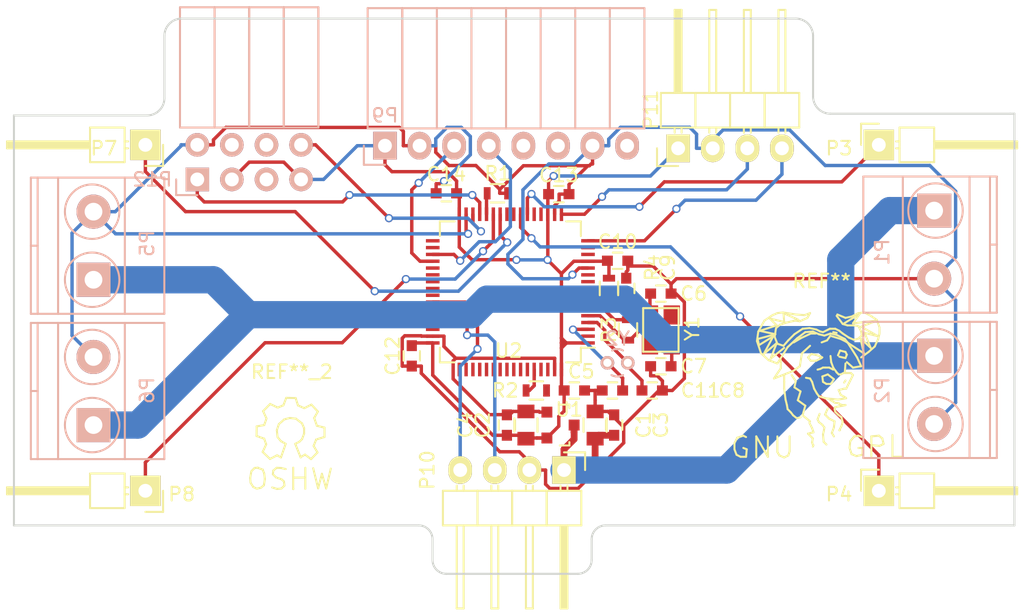
<source format=kicad_pcb>
(kicad_pcb (version 20171130) (host pcbnew "(5.1.12)-1")

  (general
    (thickness 1.6)
    (drawings 22)
    (tracks 390)
    (zones 0)
    (modules 36)
    (nets 64)
  )

  (page A3)
  (layers
    (0 F.Cu signal)
    (31 B.Cu signal)
    (32 B.Adhes user hide)
    (33 F.Adhes user hide)
    (34 B.Paste user hide)
    (35 F.Paste user hide)
    (36 B.SilkS user hide)
    (37 F.SilkS user hide)
    (38 B.Mask user hide)
    (39 F.Mask user hide)
    (40 Dwgs.User user hide)
    (41 Cmts.User user hide)
    (42 Eco1.User user hide)
    (43 Eco2.User user hide)
    (44 Edge.Cuts user)
    (45 Margin user hide)
    (46 B.CrtYd user hide)
    (47 F.CrtYd user hide)
    (48 B.Fab user hide)
    (49 F.Fab user hide)
  )

  (setup
    (last_trace_width 0.25)
    (trace_clearance 0.2)
    (zone_clearance 0.2)
    (zone_45_only no)
    (trace_min 0.2)
    (via_size 0.6)
    (via_drill 0.4)
    (via_min_size 0.4)
    (via_min_drill 0.3)
    (uvia_size 0.3)
    (uvia_drill 0.1)
    (uvias_allowed no)
    (uvia_min_size 0.2)
    (uvia_min_drill 0.1)
    (edge_width 0.15)
    (segment_width 0.2)
    (pcb_text_width 0.3)
    (pcb_text_size 1.5 1.5)
    (mod_edge_width 0.15)
    (mod_text_size 1 1)
    (mod_text_width 0.15)
    (pad_size 1.524 1.524)
    (pad_drill 0.762)
    (pad_to_mask_clearance 0.2)
    (aux_axis_origin 0 0)
    (visible_elements 7FFFFFFF)
    (pcbplotparams
      (layerselection 0x3ffff_80000001)
      (usegerberextensions false)
      (usegerberattributes true)
      (usegerberadvancedattributes true)
      (creategerberjobfile true)
      (excludeedgelayer true)
      (linewidth 0.100000)
      (plotframeref false)
      (viasonmask false)
      (mode 1)
      (useauxorigin false)
      (hpglpennumber 1)
      (hpglpenspeed 20)
      (hpglpendiameter 15.000000)
      (psnegative false)
      (psa4output false)
      (plotreference true)
      (plotvalue true)
      (plotinvisibletext false)
      (padsonsilk false)
      (subtractmaskfromsilk false)
      (outputformat 1)
      (mirror false)
      (drillshape 0)
      (scaleselection 1)
      (outputdirectory "gerber/"))
  )

  (net 0 "")
  (net 1 +3V3)
  (net 2 3V3)
  (net 3 GND)
  (net 4 OSCOUT)
  (net 5 OSCIN)
  (net 6 OSCOUT32)
  (net 7 RESET)
  (net 8 OSCIN32)
  (net 9 BLDC1)
  (net 10 BLDC2)
  (net 11 BLDC3)
  (net 12 BLDC4)
  (net 13 SCL)
  (net 14 SDA)
  (net 15 "Net-(P9-Pad5)")
  (net 16 "Net-(P9-Pad6)")
  (net 17 "Net-(P9-Pad8)")
  (net 18 RX1)
  (net 19 TX1)
  (net 20 RX2)
  (net 21 TX2)
  (net 22 TX3)
  (net 23 "Net-(P12-Pad4)")
  (net 24 "Net-(P12-Pad5)")
  (net 25 "Net-(P12-Pad6)")
  (net 26 RX3)
  (net 27 BOOT1)
  (net 28 "Net-(R2-Pad1)")
  (net 29 BOOT0)
  (net 30 "Net-(U2-Pad2)")
  (net 31 "Net-(U2-Pad8)")
  (net 32 "Net-(U2-Pad9)")
  (net 33 "Net-(U2-Pad10)")
  (net 34 "Net-(U2-Pad11)")
  (net 35 "Net-(U2-Pad14)")
  (net 36 "Net-(U2-Pad15)")
  (net 37 "Net-(U2-Pad20)")
  (net 38 "Net-(U2-Pad21)")
  (net 39 "Net-(U2-Pad24)")
  (net 40 "Net-(U2-Pad25)")
  (net 41 "Net-(U2-Pad33)")
  (net 42 "Net-(U2-Pad34)")
  (net 43 "Net-(U2-Pad37)")
  (net 44 "Net-(U2-Pad38)")
  (net 45 "Net-(U2-Pad39)")
  (net 46 "Net-(U2-Pad40)")
  (net 47 "Net-(U2-Pad41)")
  (net 48 "Net-(U2-Pad44)")
  (net 49 "Net-(U2-Pad45)")
  (net 50 "Net-(U2-Pad46)")
  (net 51 "Net-(U2-Pad49)")
  (net 52 "Net-(U2-Pad50)")
  (net 53 "Net-(U2-Pad51)")
  (net 54 "Net-(U2-Pad52)")
  (net 55 "Net-(U2-Pad53)")
  (net 56 "Net-(U2-Pad54)")
  (net 57 "Net-(U2-Pad55)")
  (net 58 "Net-(U2-Pad56)")
  (net 59 "Net-(U2-Pad57)")
  (net 60 "Net-(U2-Pad58)")
  (net 61 "Net-(U2-Pad59)")
  (net 62 "Net-(U2-Pad61)")
  (net 63 "Net-(U2-Pad62)")

  (net_class Default "This is the default net class."
    (clearance 0.2)
    (trace_width 0.25)
    (via_dia 0.6)
    (via_drill 0.4)
    (uvia_dia 0.3)
    (uvia_drill 0.1)
    (add_net 3V3)
    (add_net BLDC1)
    (add_net BLDC2)
    (add_net BLDC3)
    (add_net BLDC4)
    (add_net BOOT0)
    (add_net BOOT1)
    (add_net GND)
    (add_net "Net-(P12-Pad4)")
    (add_net "Net-(P12-Pad5)")
    (add_net "Net-(P12-Pad6)")
    (add_net "Net-(P9-Pad5)")
    (add_net "Net-(P9-Pad6)")
    (add_net "Net-(P9-Pad8)")
    (add_net "Net-(R2-Pad1)")
    (add_net "Net-(U2-Pad10)")
    (add_net "Net-(U2-Pad11)")
    (add_net "Net-(U2-Pad14)")
    (add_net "Net-(U2-Pad15)")
    (add_net "Net-(U2-Pad2)")
    (add_net "Net-(U2-Pad20)")
    (add_net "Net-(U2-Pad21)")
    (add_net "Net-(U2-Pad24)")
    (add_net "Net-(U2-Pad25)")
    (add_net "Net-(U2-Pad33)")
    (add_net "Net-(U2-Pad34)")
    (add_net "Net-(U2-Pad37)")
    (add_net "Net-(U2-Pad38)")
    (add_net "Net-(U2-Pad39)")
    (add_net "Net-(U2-Pad40)")
    (add_net "Net-(U2-Pad41)")
    (add_net "Net-(U2-Pad44)")
    (add_net "Net-(U2-Pad45)")
    (add_net "Net-(U2-Pad46)")
    (add_net "Net-(U2-Pad49)")
    (add_net "Net-(U2-Pad50)")
    (add_net "Net-(U2-Pad51)")
    (add_net "Net-(U2-Pad52)")
    (add_net "Net-(U2-Pad53)")
    (add_net "Net-(U2-Pad54)")
    (add_net "Net-(U2-Pad55)")
    (add_net "Net-(U2-Pad56)")
    (add_net "Net-(U2-Pad57)")
    (add_net "Net-(U2-Pad58)")
    (add_net "Net-(U2-Pad59)")
    (add_net "Net-(U2-Pad61)")
    (add_net "Net-(U2-Pad62)")
    (add_net "Net-(U2-Pad8)")
    (add_net "Net-(U2-Pad9)")
    (add_net OSCIN)
    (add_net OSCIN32)
    (add_net OSCOUT)
    (add_net OSCOUT32)
    (add_net RESET)
    (add_net RX1)
    (add_net RX2)
    (add_net RX3)
    (add_net SCL)
    (add_net SDA)
    (add_net TX1)
    (add_net TX2)
    (add_net TX3)
  )

  (net_class 3.7v ""
    (clearance 0.2)
    (trace_width 0.5)
    (via_dia 0.6)
    (via_drill 0.4)
    (uvia_dia 0.3)
    (uvia_drill 0.1)
    (add_net +3V3)
  )

  (module Capacitors_SMD:C_0805 (layer F.Cu) (tedit 57DC05F8) (tstamp 57DC72B9)
    (at 150.368 96.52 90)
    (descr "Capacitor SMD 0805, reflow soldering, AVX (see smccp.pdf)")
    (tags "capacitor 0805")
    (path /57DB9BB3)
    (attr smd)
    (fp_text reference C1 (at 0 3.556 90) (layer F.SilkS)
      (effects (font (size 1 1) (thickness 0.15)))
    )
    (fp_text value "" (at 0 0 90) (layer F.Fab)
      (effects (font (size 1 1) (thickness 0.15)))
    )
    (fp_line (start -0.5 0.85) (end 0.5 0.85) (layer F.SilkS) (width 0.15))
    (fp_line (start 0.5 -0.85) (end -0.5 -0.85) (layer F.SilkS) (width 0.15))
    (fp_line (start 1.8 -1) (end 1.8 1) (layer F.CrtYd) (width 0.05))
    (fp_line (start -1.8 -1) (end -1.8 1) (layer F.CrtYd) (width 0.05))
    (fp_line (start -1.8 1) (end 1.8 1) (layer F.CrtYd) (width 0.05))
    (fp_line (start -1.8 -1) (end 1.8 -1) (layer F.CrtYd) (width 0.05))
    (pad 1 smd rect (at -1 0 90) (size 1 1.25) (layers F.Cu F.Paste F.Mask)
      (net 1 +3V3))
    (pad 2 smd rect (at 1 0 90) (size 1 1.25) (layers F.Cu F.Paste F.Mask)
      (net 3 GND))
    (model Capacitors_SMD.3dshapes/C_0805.wrl
      (at (xyz 0 0 0))
      (scale (xyz 1 1 1))
      (rotate (xyz 0 0 0))
    )
  )

  (module Capacitors_SMD:C_0805 (layer F.Cu) (tedit 57DC0628) (tstamp 57DC72BF)
    (at 145.288 96.52 90)
    (descr "Capacitor SMD 0805, reflow soldering, AVX (see smccp.pdf)")
    (tags "capacitor 0805")
    (path /57DB9BDF)
    (attr smd)
    (fp_text reference C2 (at 0 -3.175 90) (layer F.SilkS)
      (effects (font (size 1 1) (thickness 0.15)))
    )
    (fp_text value "" (at 0 0 90) (layer F.Fab)
      (effects (font (size 1 1) (thickness 0.15)))
    )
    (fp_line (start -0.5 0.85) (end 0.5 0.85) (layer F.SilkS) (width 0.15))
    (fp_line (start 0.5 -0.85) (end -0.5 -0.85) (layer F.SilkS) (width 0.15))
    (fp_line (start 1.8 -1) (end 1.8 1) (layer F.CrtYd) (width 0.05))
    (fp_line (start -1.8 -1) (end -1.8 1) (layer F.CrtYd) (width 0.05))
    (fp_line (start -1.8 1) (end 1.8 1) (layer F.CrtYd) (width 0.05))
    (fp_line (start -1.8 -1) (end 1.8 -1) (layer F.CrtYd) (width 0.05))
    (pad 1 smd rect (at -1 0 90) (size 1 1.25) (layers F.Cu F.Paste F.Mask)
      (net 2 3V3))
    (pad 2 smd rect (at 1 0 90) (size 1 1.25) (layers F.Cu F.Paste F.Mask)
      (net 3 GND))
    (model Capacitors_SMD.3dshapes/C_0805.wrl
      (at (xyz 0 0 0))
      (scale (xyz 1 1 1))
      (rotate (xyz 0 0 0))
    )
  )

  (module Capacitors_SMD:C_0603 (layer F.Cu) (tedit 57DC05F6) (tstamp 57DC72C5)
    (at 151.765 96.52 270)
    (descr "Capacitor SMD 0603, reflow soldering, AVX (see smccp.pdf)")
    (tags "capacitor 0603")
    (path /57DB996A)
    (attr smd)
    (fp_text reference C3 (at 0 -3.429 270) (layer F.SilkS)
      (effects (font (size 1 1) (thickness 0.15)))
    )
    (fp_text value "" (at -3.048 -0.127 270) (layer F.Fab)
      (effects (font (size 1 1) (thickness 0.15)))
    )
    (fp_line (start 0.35 0.6) (end -0.35 0.6) (layer F.SilkS) (width 0.15))
    (fp_line (start -0.35 -0.6) (end 0.35 -0.6) (layer F.SilkS) (width 0.15))
    (fp_line (start 1.45 -0.75) (end 1.45 0.75) (layer F.CrtYd) (width 0.05))
    (fp_line (start -1.45 -0.75) (end -1.45 0.75) (layer F.CrtYd) (width 0.05))
    (fp_line (start -1.45 0.75) (end 1.45 0.75) (layer F.CrtYd) (width 0.05))
    (fp_line (start -1.45 -0.75) (end 1.45 -0.75) (layer F.CrtYd) (width 0.05))
    (pad 1 smd rect (at -0.75 0 270) (size 0.8 0.75) (layers F.Cu F.Paste F.Mask)
      (net 3 GND))
    (pad 2 smd rect (at 0.75 0 270) (size 0.8 0.75) (layers F.Cu F.Paste F.Mask)
      (net 1 +3V3))
    (model Capacitors_SMD.3dshapes/C_0603.wrl
      (at (xyz 0 0 0))
      (scale (xyz 1 1 1))
      (rotate (xyz 0 0 0))
    )
  )

  (module Capacitors_SMD:C_0603 (layer F.Cu) (tedit 57DC0630) (tstamp 57DC72CB)
    (at 143.891 96.52 270)
    (descr "Capacitor SMD 0603, reflow soldering, AVX (see smccp.pdf)")
    (tags "capacitor 0603")
    (path /57DB99C9)
    (attr smd)
    (fp_text reference C4 (at 0 3.048 270) (layer F.SilkS)
      (effects (font (size 1 1) (thickness 0.15)))
    )
    (fp_text value "" (at -0.127 2.032 270) (layer F.Fab)
      (effects (font (size 1 1) (thickness 0.15)))
    )
    (fp_line (start 0.35 0.6) (end -0.35 0.6) (layer F.SilkS) (width 0.15))
    (fp_line (start -0.35 -0.6) (end 0.35 -0.6) (layer F.SilkS) (width 0.15))
    (fp_line (start 1.45 -0.75) (end 1.45 0.75) (layer F.CrtYd) (width 0.05))
    (fp_line (start -1.45 -0.75) (end -1.45 0.75) (layer F.CrtYd) (width 0.05))
    (fp_line (start -1.45 0.75) (end 1.45 0.75) (layer F.CrtYd) (width 0.05))
    (fp_line (start -1.45 -0.75) (end 1.45 -0.75) (layer F.CrtYd) (width 0.05))
    (pad 1 smd rect (at -0.75 0 270) (size 0.8 0.75) (layers F.Cu F.Paste F.Mask)
      (net 3 GND))
    (pad 2 smd rect (at 0.75 0 270) (size 0.8 0.75) (layers F.Cu F.Paste F.Mask)
      (net 2 3V3))
    (model Capacitors_SMD.3dshapes/C_0603.wrl
      (at (xyz 0 0 0))
      (scale (xyz 1 1 1))
      (rotate (xyz 0 0 0))
    )
  )

  (module Capacitors_SMD:C_0603 (layer F.Cu) (tedit 57DC15EA) (tstamp 57DC72D1)
    (at 148.844 93.98)
    (descr "Capacitor SMD 0603, reflow soldering, AVX (see smccp.pdf)")
    (tags "capacitor 0603")
    (path /57DBA85A)
    (attr smd)
    (fp_text reference C5 (at 0.508 -1.397) (layer F.SilkS)
      (effects (font (size 1 1) (thickness 0.15)))
    )
    (fp_text value "" (at 0 1.9) (layer F.Fab)
      (effects (font (size 1 1) (thickness 0.15)))
    )
    (fp_line (start 0.35 0.6) (end -0.35 0.6) (layer F.SilkS) (width 0.15))
    (fp_line (start -0.35 -0.6) (end 0.35 -0.6) (layer F.SilkS) (width 0.15))
    (fp_line (start 1.45 -0.75) (end 1.45 0.75) (layer F.CrtYd) (width 0.05))
    (fp_line (start -1.45 -0.75) (end -1.45 0.75) (layer F.CrtYd) (width 0.05))
    (fp_line (start -1.45 0.75) (end 1.45 0.75) (layer F.CrtYd) (width 0.05))
    (fp_line (start -1.45 -0.75) (end 1.45 -0.75) (layer F.CrtYd) (width 0.05))
    (pad 1 smd rect (at -0.75 0) (size 0.8 0.75) (layers F.Cu F.Paste F.Mask)
      (net 2 3V3))
    (pad 2 smd rect (at 0.75 0) (size 0.8 0.75) (layers F.Cu F.Paste F.Mask)
      (net 3 GND))
    (model Capacitors_SMD.3dshapes/C_0603.wrl
      (at (xyz 0 0 0))
      (scale (xyz 1 1 1))
      (rotate (xyz 0 0 0))
    )
  )

  (module Capacitors_SMD:C_0603 (layer F.Cu) (tedit 57DC1252) (tstamp 57DC72D7)
    (at 155.194 86.868)
    (descr "Capacitor SMD 0603, reflow soldering, AVX (see smccp.pdf)")
    (tags "capacitor 0603")
    (path /57DBB5C0)
    (attr smd)
    (fp_text reference C6 (at 2.413 0) (layer F.SilkS)
      (effects (font (size 1 1) (thickness 0.15)))
    )
    (fp_text value "" (at 0 1.9) (layer F.Fab)
      (effects (font (size 1 1) (thickness 0.15)))
    )
    (fp_line (start 0.35 0.6) (end -0.35 0.6) (layer F.SilkS) (width 0.15))
    (fp_line (start -0.35 -0.6) (end 0.35 -0.6) (layer F.SilkS) (width 0.15))
    (fp_line (start 1.45 -0.75) (end 1.45 0.75) (layer F.CrtYd) (width 0.05))
    (fp_line (start -1.45 -0.75) (end -1.45 0.75) (layer F.CrtYd) (width 0.05))
    (fp_line (start -1.45 0.75) (end 1.45 0.75) (layer F.CrtYd) (width 0.05))
    (fp_line (start -1.45 -0.75) (end 1.45 -0.75) (layer F.CrtYd) (width 0.05))
    (pad 1 smd rect (at -0.75 0) (size 0.8 0.75) (layers F.Cu F.Paste F.Mask)
      (net 4 OSCOUT))
    (pad 2 smd rect (at 0.75 0) (size 0.8 0.75) (layers F.Cu F.Paste F.Mask)
      (net 3 GND))
    (model Capacitors_SMD.3dshapes/C_0603.wrl
      (at (xyz 0 0 0))
      (scale (xyz 1 1 1))
      (rotate (xyz 0 0 0))
    )
  )

  (module Capacitors_SMD:C_0603 (layer F.Cu) (tedit 57DC161D) (tstamp 57DC72DD)
    (at 155.194 92.202 180)
    (descr "Capacitor SMD 0603, reflow soldering, AVX (see smccp.pdf)")
    (tags "capacitor 0603")
    (path /57DBB679)
    (attr smd)
    (fp_text reference C7 (at -2.413 0 180) (layer F.SilkS)
      (effects (font (size 1 1) (thickness 0.15)))
    )
    (fp_text value "" (at 0 1.9 180) (layer F.Fab)
      (effects (font (size 1 1) (thickness 0.15)))
    )
    (fp_line (start 0.35 0.6) (end -0.35 0.6) (layer F.SilkS) (width 0.15))
    (fp_line (start -0.35 -0.6) (end 0.35 -0.6) (layer F.SilkS) (width 0.15))
    (fp_line (start 1.45 -0.75) (end 1.45 0.75) (layer F.CrtYd) (width 0.05))
    (fp_line (start -1.45 -0.75) (end -1.45 0.75) (layer F.CrtYd) (width 0.05))
    (fp_line (start -1.45 0.75) (end 1.45 0.75) (layer F.CrtYd) (width 0.05))
    (fp_line (start -1.45 -0.75) (end 1.45 -0.75) (layer F.CrtYd) (width 0.05))
    (pad 1 smd rect (at -0.75 0 180) (size 0.8 0.75) (layers F.Cu F.Paste F.Mask)
      (net 5 OSCIN))
    (pad 2 smd rect (at 0.75 0 180) (size 0.8 0.75) (layers F.Cu F.Paste F.Mask)
      (net 3 GND))
    (model Capacitors_SMD.3dshapes/C_0603.wrl
      (at (xyz 0 0 0))
      (scale (xyz 1 1 1))
      (rotate (xyz 0 0 0))
    )
  )

  (module Capacitors_SMD:C_0603 (layer F.Cu) (tedit 57DC1658) (tstamp 57DC72E3)
    (at 154.559 93.98)
    (descr "Capacitor SMD 0603, reflow soldering, AVX (see smccp.pdf)")
    (tags "capacitor 0603")
    (path /57DBB62C)
    (attr smd)
    (fp_text reference C8 (at 5.842 0) (layer F.SilkS)
      (effects (font (size 1 1) (thickness 0.15)))
    )
    (fp_text value "" (at 0 1.9) (layer F.Fab)
      (effects (font (size 1 1) (thickness 0.15)))
    )
    (fp_line (start 0.35 0.6) (end -0.35 0.6) (layer F.SilkS) (width 0.15))
    (fp_line (start -0.35 -0.6) (end 0.35 -0.6) (layer F.SilkS) (width 0.15))
    (fp_line (start 1.45 -0.75) (end 1.45 0.75) (layer F.CrtYd) (width 0.05))
    (fp_line (start -1.45 -0.75) (end -1.45 0.75) (layer F.CrtYd) (width 0.05))
    (fp_line (start -1.45 0.75) (end 1.45 0.75) (layer F.CrtYd) (width 0.05))
    (fp_line (start -1.45 -0.75) (end 1.45 -0.75) (layer F.CrtYd) (width 0.05))
    (pad 1 smd rect (at -0.75 0) (size 0.8 0.75) (layers F.Cu F.Paste F.Mask)
      (net 6 OSCOUT32))
    (pad 2 smd rect (at 0.75 0) (size 0.8 0.75) (layers F.Cu F.Paste F.Mask)
      (net 3 GND))
    (model Capacitors_SMD.3dshapes/C_0603.wrl
      (at (xyz 0 0 0))
      (scale (xyz 1 1 1))
      (rotate (xyz 0 0 0))
    )
  )

  (module Capacitors_SMD:C_0603 (layer F.Cu) (tedit 57DC1260) (tstamp 57DC72E9)
    (at 152.654 86.487 90)
    (descr "Capacitor SMD 0603, reflow soldering, AVX (see smccp.pdf)")
    (tags "capacitor 0603")
    (path /57DBACBD)
    (attr smd)
    (fp_text reference C9 (at 1.524 3.048 90) (layer F.SilkS)
      (effects (font (size 1 1) (thickness 0.15)))
    )
    (fp_text value "" (at 0 1.9 90) (layer F.Fab)
      (effects (font (size 1 1) (thickness 0.15)))
    )
    (fp_line (start 0.35 0.6) (end -0.35 0.6) (layer F.SilkS) (width 0.15))
    (fp_line (start -0.35 -0.6) (end 0.35 -0.6) (layer F.SilkS) (width 0.15))
    (fp_line (start 1.45 -0.75) (end 1.45 0.75) (layer F.CrtYd) (width 0.05))
    (fp_line (start -1.45 -0.75) (end -1.45 0.75) (layer F.CrtYd) (width 0.05))
    (fp_line (start -1.45 0.75) (end 1.45 0.75) (layer F.CrtYd) (width 0.05))
    (fp_line (start -1.45 -0.75) (end 1.45 -0.75) (layer F.CrtYd) (width 0.05))
    (pad 1 smd rect (at -0.75 0 90) (size 0.8 0.75) (layers F.Cu F.Paste F.Mask)
      (net 7 RESET))
    (pad 2 smd rect (at 0.75 0 90) (size 0.8 0.75) (layers F.Cu F.Paste F.Mask)
      (net 3 GND))
    (model Capacitors_SMD.3dshapes/C_0603.wrl
      (at (xyz 0 0 0))
      (scale (xyz 1 1 1))
      (rotate (xyz 0 0 0))
    )
  )

  (module Capacitors_SMD:C_0603 (layer F.Cu) (tedit 57DC0B50) (tstamp 57DC72EF)
    (at 152.019 84.455)
    (descr "Capacitor SMD 0603, reflow soldering, AVX (see smccp.pdf)")
    (tags "capacitor 0603")
    (path /57DBA301)
    (attr smd)
    (fp_text reference C10 (at 0 -1.397) (layer F.SilkS)
      (effects (font (size 1 1) (thickness 0.15)))
    )
    (fp_text value "" (at 0 1.9) (layer F.Fab)
      (effects (font (size 1 1) (thickness 0.15)))
    )
    (fp_line (start 0.35 0.6) (end -0.35 0.6) (layer F.SilkS) (width 0.15))
    (fp_line (start -0.35 -0.6) (end 0.35 -0.6) (layer F.SilkS) (width 0.15))
    (fp_line (start 1.45 -0.75) (end 1.45 0.75) (layer F.CrtYd) (width 0.05))
    (fp_line (start -1.45 -0.75) (end -1.45 0.75) (layer F.CrtYd) (width 0.05))
    (fp_line (start -1.45 0.75) (end 1.45 0.75) (layer F.CrtYd) (width 0.05))
    (fp_line (start -1.45 -0.75) (end 1.45 -0.75) (layer F.CrtYd) (width 0.05))
    (pad 1 smd rect (at -0.75 0) (size 0.8 0.75) (layers F.Cu F.Paste F.Mask)
      (net 2 3V3))
    (pad 2 smd rect (at 0.75 0) (size 0.8 0.75) (layers F.Cu F.Paste F.Mask)
      (net 3 GND))
    (model Capacitors_SMD.3dshapes/C_0603.wrl
      (at (xyz 0 0 0))
      (scale (xyz 1 1 1))
      (rotate (xyz 0 0 0))
    )
  )

  (module Capacitors_SMD:C_0603 (layer F.Cu) (tedit 57DC1653) (tstamp 57DC72F5)
    (at 151.638 93.98 180)
    (descr "Capacitor SMD 0603, reflow soldering, AVX (see smccp.pdf)")
    (tags "capacitor 0603")
    (path /57DBB6EA)
    (attr smd)
    (fp_text reference C11 (at -6.477 0 180) (layer F.SilkS)
      (effects (font (size 1 1) (thickness 0.15)))
    )
    (fp_text value "" (at 0 1.9 180) (layer F.Fab)
      (effects (font (size 1 1) (thickness 0.15)))
    )
    (fp_line (start 0.35 0.6) (end -0.35 0.6) (layer F.SilkS) (width 0.15))
    (fp_line (start -0.35 -0.6) (end 0.35 -0.6) (layer F.SilkS) (width 0.15))
    (fp_line (start 1.45 -0.75) (end 1.45 0.75) (layer F.CrtYd) (width 0.05))
    (fp_line (start -1.45 -0.75) (end -1.45 0.75) (layer F.CrtYd) (width 0.05))
    (fp_line (start -1.45 0.75) (end 1.45 0.75) (layer F.CrtYd) (width 0.05))
    (fp_line (start -1.45 -0.75) (end 1.45 -0.75) (layer F.CrtYd) (width 0.05))
    (pad 1 smd rect (at -0.75 0 180) (size 0.8 0.75) (layers F.Cu F.Paste F.Mask)
      (net 8 OSCIN32))
    (pad 2 smd rect (at 0.75 0 180) (size 0.8 0.75) (layers F.Cu F.Paste F.Mask)
      (net 3 GND))
    (model Capacitors_SMD.3dshapes/C_0603.wrl
      (at (xyz 0 0 0))
      (scale (xyz 1 1 1))
      (rotate (xyz 0 0 0))
    )
  )

  (module Capacitors_SMD:C_0603 (layer F.Cu) (tedit 57DC0545) (tstamp 57DC72FB)
    (at 136.906 91.44 270)
    (descr "Capacitor SMD 0603, reflow soldering, AVX (see smccp.pdf)")
    (tags "capacitor 0603")
    (path /57DBA614)
    (attr smd)
    (fp_text reference C12 (at 0 1.397 270) (layer F.SilkS)
      (effects (font (size 1 1) (thickness 0.15)))
    )
    (fp_text value "" (at 0 1.9 270) (layer F.Fab)
      (effects (font (size 1 1) (thickness 0.15)))
    )
    (fp_line (start 0.35 0.6) (end -0.35 0.6) (layer F.SilkS) (width 0.15))
    (fp_line (start -0.35 -0.6) (end 0.35 -0.6) (layer F.SilkS) (width 0.15))
    (fp_line (start 1.45 -0.75) (end 1.45 0.75) (layer F.CrtYd) (width 0.05))
    (fp_line (start -1.45 -0.75) (end -1.45 0.75) (layer F.CrtYd) (width 0.05))
    (fp_line (start -1.45 0.75) (end 1.45 0.75) (layer F.CrtYd) (width 0.05))
    (fp_line (start -1.45 -0.75) (end 1.45 -0.75) (layer F.CrtYd) (width 0.05))
    (pad 1 smd rect (at -0.75 0 270) (size 0.8 0.75) (layers F.Cu F.Paste F.Mask)
      (net 2 3V3))
    (pad 2 smd rect (at 0.75 0 270) (size 0.8 0.75) (layers F.Cu F.Paste F.Mask)
      (net 3 GND))
    (model Capacitors_SMD.3dshapes/C_0603.wrl
      (at (xyz 0 0 0))
      (scale (xyz 1 1 1))
      (rotate (xyz 0 0 0))
    )
  )

  (module Capacitors_SMD:C_0603 (layer F.Cu) (tedit 57DC1DE6) (tstamp 57DC7301)
    (at 147.701 79.5655)
    (descr "Capacitor SMD 0603, reflow soldering, AVX (see smccp.pdf)")
    (tags "capacitor 0603")
    (path /57DBA46D)
    (attr smd)
    (fp_text reference C13 (at 0 -1.397) (layer F.SilkS)
      (effects (font (size 1 1) (thickness 0.15)))
    )
    (fp_text value "" (at 0 1.9) (layer F.Fab)
      (effects (font (size 1 1) (thickness 0.15)))
    )
    (fp_line (start 0.35 0.6) (end -0.35 0.6) (layer F.SilkS) (width 0.15))
    (fp_line (start -0.35 -0.6) (end 0.35 -0.6) (layer F.SilkS) (width 0.15))
    (fp_line (start 1.45 -0.75) (end 1.45 0.75) (layer F.CrtYd) (width 0.05))
    (fp_line (start -1.45 -0.75) (end -1.45 0.75) (layer F.CrtYd) (width 0.05))
    (fp_line (start -1.45 0.75) (end 1.45 0.75) (layer F.CrtYd) (width 0.05))
    (fp_line (start -1.45 -0.75) (end 1.45 -0.75) (layer F.CrtYd) (width 0.05))
    (pad 1 smd rect (at -0.75 0) (size 0.8 0.75) (layers F.Cu F.Paste F.Mask)
      (net 2 3V3))
    (pad 2 smd rect (at 0.75 0) (size 0.8 0.75) (layers F.Cu F.Paste F.Mask)
      (net 3 GND))
    (model Capacitors_SMD.3dshapes/C_0603.wrl
      (at (xyz 0 0 0))
      (scale (xyz 1 1 1))
      (rotate (xyz 0 0 0))
    )
  )

  (module Capacitors_SMD:C_0603 (layer F.Cu) (tedit 57DC1D24) (tstamp 57DC7307)
    (at 139.446 79.502 180)
    (descr "Capacitor SMD 0603, reflow soldering, AVX (see smccp.pdf)")
    (tags "capacitor 0603")
    (path /57DBA597)
    (attr smd)
    (fp_text reference C14 (at 0 1.397 180) (layer F.SilkS)
      (effects (font (size 1 1) (thickness 0.15)))
    )
    (fp_text value "" (at 0 1.9 180) (layer F.Fab)
      (effects (font (size 1 1) (thickness 0.15)))
    )
    (fp_line (start 0.35 0.6) (end -0.35 0.6) (layer F.SilkS) (width 0.15))
    (fp_line (start -0.35 -0.6) (end 0.35 -0.6) (layer F.SilkS) (width 0.15))
    (fp_line (start 1.45 -0.75) (end 1.45 0.75) (layer F.CrtYd) (width 0.05))
    (fp_line (start -1.45 -0.75) (end -1.45 0.75) (layer F.CrtYd) (width 0.05))
    (fp_line (start -1.45 0.75) (end 1.45 0.75) (layer F.CrtYd) (width 0.05))
    (fp_line (start -1.45 -0.75) (end 1.45 -0.75) (layer F.CrtYd) (width 0.05))
    (pad 1 smd rect (at -0.75 0 180) (size 0.8 0.75) (layers F.Cu F.Paste F.Mask)
      (net 2 3V3))
    (pad 2 smd rect (at 0.75 0 180) (size 0.8 0.75) (layers F.Cu F.Paste F.Mask)
      (net 3 GND))
    (model Capacitors_SMD.3dshapes/C_0603.wrl
      (at (xyz 0 0 0))
      (scale (xyz 1 1 1))
      (rotate (xyz 0 0 0))
    )
  )

  (module Terminal_Blocks:TerminalBlock_Pheonix_MKDS1.5-2pol (layer B.Cu) (tedit 57DCD145) (tstamp 57DC730D)
    (at 175.26 80.772 270)
    (descr "2-way 5mm pitch terminal block, Phoenix MKDS series")
    (path /57DC2150)
    (fp_text reference P1 (at 3.048 3.81 270) (layer B.SilkS)
      (effects (font (size 1 1) (thickness 0.15)) (justify mirror))
    )
    (fp_text value "" (at 2.5 6.6 270) (layer B.Fab)
      (effects (font (size 1 1) (thickness 0.15)) (justify mirror))
    )
    (fp_circle (center 0 -0.1) (end 2 -0.1) (layer B.SilkS) (width 0.15))
    (fp_circle (center 5 -0.1) (end 3 -0.1) (layer B.SilkS) (width 0.15))
    (fp_line (start -2.5 5.2) (end -2.5 -4.6) (layer B.SilkS) (width 0.15))
    (fp_line (start 7.5 5.2) (end -2.5 5.2) (layer B.SilkS) (width 0.15))
    (fp_line (start 7.5 -4.6) (end 7.5 5.2) (layer B.SilkS) (width 0.15))
    (fp_line (start -2.5 -4.6) (end 7.5 -4.6) (layer B.SilkS) (width 0.15))
    (fp_line (start -2.5 -4.1) (end 7.5 -4.1) (layer B.SilkS) (width 0.15))
    (fp_line (start -2.5 2.3) (end 7.5 2.3) (layer B.SilkS) (width 0.15))
    (fp_line (start -2.5 -2.6) (end 7.5 -2.6) (layer B.SilkS) (width 0.15))
    (fp_line (start 2.5 -4.1) (end 2.5 -4.6) (layer B.SilkS) (width 0.15))
    (fp_line (start 7.7 5.4) (end 7.7 -4.8) (layer B.CrtYd) (width 0.05))
    (fp_line (start 7.7 -4.8) (end -2.7 -4.8) (layer B.CrtYd) (width 0.05))
    (fp_line (start -2.7 -4.8) (end -2.7 5.4) (layer B.CrtYd) (width 0.05))
    (fp_line (start -2.7 5.4) (end 7.7 5.4) (layer B.CrtYd) (width 0.05))
    (pad 1 thru_hole rect (at 0 0 270) (size 2.5 2.5) (drill 1.3) (layers *.Cu *.Mask B.SilkS)
      (net 1 +3V3))
    (pad 2 thru_hole circle (at 5 0 270) (size 2.5 2.5) (drill 1.3) (layers *.Cu *.Mask B.SilkS)
      (net 3 GND))
    (model Terminal_Blocks.3dshapes/TerminalBlock_Pheonix_MKDS1.5-2pol.wrl
      (offset (xyz 2.499359962463379 0 0))
      (scale (xyz 1 1 1))
      (rotate (xyz 0 0 0))
    )
  )

  (module Terminal_Blocks:TerminalBlock_Pheonix_MKDS1.5-2pol (layer B.Cu) (tedit 57DCD147) (tstamp 57DC7313)
    (at 175.26 91.44 270)
    (descr "2-way 5mm pitch terminal block, Phoenix MKDS series")
    (path /57DC2662)
    (fp_text reference P2 (at 2.54 3.81 270) (layer B.SilkS)
      (effects (font (size 1 1) (thickness 0.15)) (justify mirror))
    )
    (fp_text value "" (at 2.5 6.6 270) (layer B.Fab)
      (effects (font (size 1 1) (thickness 0.15)) (justify mirror))
    )
    (fp_circle (center 0 -0.1) (end 2 -0.1) (layer B.SilkS) (width 0.15))
    (fp_circle (center 5 -0.1) (end 3 -0.1) (layer B.SilkS) (width 0.15))
    (fp_line (start -2.5 5.2) (end -2.5 -4.6) (layer B.SilkS) (width 0.15))
    (fp_line (start 7.5 5.2) (end -2.5 5.2) (layer B.SilkS) (width 0.15))
    (fp_line (start 7.5 -4.6) (end 7.5 5.2) (layer B.SilkS) (width 0.15))
    (fp_line (start -2.5 -4.6) (end 7.5 -4.6) (layer B.SilkS) (width 0.15))
    (fp_line (start -2.5 -4.1) (end 7.5 -4.1) (layer B.SilkS) (width 0.15))
    (fp_line (start -2.5 2.3) (end 7.5 2.3) (layer B.SilkS) (width 0.15))
    (fp_line (start -2.5 -2.6) (end 7.5 -2.6) (layer B.SilkS) (width 0.15))
    (fp_line (start 2.5 -4.1) (end 2.5 -4.6) (layer B.SilkS) (width 0.15))
    (fp_line (start 7.7 5.4) (end 7.7 -4.8) (layer B.CrtYd) (width 0.05))
    (fp_line (start 7.7 -4.8) (end -2.7 -4.8) (layer B.CrtYd) (width 0.05))
    (fp_line (start -2.7 -4.8) (end -2.7 5.4) (layer B.CrtYd) (width 0.05))
    (fp_line (start -2.7 5.4) (end 7.7 5.4) (layer B.CrtYd) (width 0.05))
    (pad 1 thru_hole rect (at 0 0 270) (size 2.5 2.5) (drill 1.3) (layers *.Cu *.Mask B.SilkS)
      (net 1 +3V3))
    (pad 2 thru_hole circle (at 5 0 270) (size 2.5 2.5) (drill 1.3) (layers *.Cu *.Mask B.SilkS)
      (net 3 GND))
    (model Terminal_Blocks.3dshapes/TerminalBlock_Pheonix_MKDS1.5-2pol.wrl
      (offset (xyz 2.499359962463379 0 0))
      (scale (xyz 1 1 1))
      (rotate (xyz 0 0 0))
    )
  )

  (module Pin_Headers:Pin_Header_Angled_1x01 (layer F.Cu) (tedit 57DCD10C) (tstamp 57DC7318)
    (at 171.196 75.946)
    (descr "Through hole pin header")
    (tags "pin header")
    (path /57DC2518)
    (fp_text reference P3 (at -2.921 0.254) (layer F.SilkS)
      (effects (font (size 1 1) (thickness 0.15)))
    )
    (fp_text value "" (at 0 -3.1) (layer F.Fab)
      (effects (font (size 1 1) (thickness 0.15)))
    )
    (fp_line (start 4.064 1.27) (end 4.064 -1.27) (layer F.SilkS) (width 0.15))
    (fp_line (start 10.16 0.254) (end 4.064 0.254) (layer F.SilkS) (width 0.15))
    (fp_line (start 10.16 -0.254) (end 10.16 0.254) (layer F.SilkS) (width 0.15))
    (fp_line (start 4.064 -0.254) (end 10.16 -0.254) (layer F.SilkS) (width 0.15))
    (fp_line (start 1.524 1.27) (end 4.064 1.27) (layer F.SilkS) (width 0.15))
    (fp_line (start 1.524 -1.27) (end 1.524 1.27) (layer F.SilkS) (width 0.15))
    (fp_line (start 1.524 -1.27) (end 4.064 -1.27) (layer F.SilkS) (width 0.15))
    (fp_line (start 1.524 -0.254) (end 1.27 -0.254) (layer F.SilkS) (width 0.15))
    (fp_line (start 1.524 0.254) (end 1.27 0.254) (layer F.SilkS) (width 0.15))
    (fp_line (start 4.191 0) (end 10.033 0) (layer F.SilkS) (width 0.15))
    (fp_line (start 4.191 0.127) (end 4.191 0) (layer F.SilkS) (width 0.15))
    (fp_line (start 10.033 0.127) (end 4.191 0.127) (layer F.SilkS) (width 0.15))
    (fp_line (start 10.033 -0.127) (end 10.033 0.127) (layer F.SilkS) (width 0.15))
    (fp_line (start 4.191 -0.127) (end 10.033 -0.127) (layer F.SilkS) (width 0.15))
    (fp_line (start 0 -1.55) (end -1.3 -1.55) (layer F.SilkS) (width 0.15))
    (fp_line (start -1.3 -1.55) (end -1.3 0) (layer F.SilkS) (width 0.15))
    (fp_line (start -1.6 1.75) (end 10.65 1.75) (layer F.CrtYd) (width 0.05))
    (fp_line (start -1.6 -1.75) (end 10.65 -1.75) (layer F.CrtYd) (width 0.05))
    (fp_line (start 10.65 -1.75) (end 10.65 1.75) (layer F.CrtYd) (width 0.05))
    (fp_line (start -1.6 -1.75) (end -1.6 1.75) (layer F.CrtYd) (width 0.05))
    (pad 1 thru_hole rect (at 0 0) (size 2.2352 2.2352) (drill 1.016) (layers *.Cu *.Mask F.SilkS)
      (net 9 BLDC1))
    (model Pin_Headers.3dshapes/Pin_Header_Angled_1x01.wrl
      (at (xyz 0 0 0))
      (scale (xyz 1 1 1))
      (rotate (xyz 0 0 90))
    )
  )

  (module Pin_Headers:Pin_Header_Angled_1x01 (layer F.Cu) (tedit 57DCD15F) (tstamp 57DC731D)
    (at 171.196 101.346)
    (descr "Through hole pin header")
    (tags "pin header")
    (path /57DC2678)
    (fp_text reference P4 (at -2.921 0.254) (layer F.SilkS)
      (effects (font (size 1 1) (thickness 0.15)))
    )
    (fp_text value "" (at 0 -3.1) (layer F.Fab)
      (effects (font (size 1 1) (thickness 0.15)))
    )
    (fp_line (start 4.064 1.27) (end 4.064 -1.27) (layer F.SilkS) (width 0.15))
    (fp_line (start 10.16 0.254) (end 4.064 0.254) (layer F.SilkS) (width 0.15))
    (fp_line (start 10.16 -0.254) (end 10.16 0.254) (layer F.SilkS) (width 0.15))
    (fp_line (start 4.064 -0.254) (end 10.16 -0.254) (layer F.SilkS) (width 0.15))
    (fp_line (start 1.524 1.27) (end 4.064 1.27) (layer F.SilkS) (width 0.15))
    (fp_line (start 1.524 -1.27) (end 1.524 1.27) (layer F.SilkS) (width 0.15))
    (fp_line (start 1.524 -1.27) (end 4.064 -1.27) (layer F.SilkS) (width 0.15))
    (fp_line (start 1.524 -0.254) (end 1.27 -0.254) (layer F.SilkS) (width 0.15))
    (fp_line (start 1.524 0.254) (end 1.27 0.254) (layer F.SilkS) (width 0.15))
    (fp_line (start 4.191 0) (end 10.033 0) (layer F.SilkS) (width 0.15))
    (fp_line (start 4.191 0.127) (end 4.191 0) (layer F.SilkS) (width 0.15))
    (fp_line (start 10.033 0.127) (end 4.191 0.127) (layer F.SilkS) (width 0.15))
    (fp_line (start 10.033 -0.127) (end 10.033 0.127) (layer F.SilkS) (width 0.15))
    (fp_line (start 4.191 -0.127) (end 10.033 -0.127) (layer F.SilkS) (width 0.15))
    (fp_line (start 0 -1.55) (end -1.3 -1.55) (layer F.SilkS) (width 0.15))
    (fp_line (start -1.3 -1.55) (end -1.3 0) (layer F.SilkS) (width 0.15))
    (fp_line (start -1.6 1.75) (end 10.65 1.75) (layer F.CrtYd) (width 0.05))
    (fp_line (start -1.6 -1.75) (end 10.65 -1.75) (layer F.CrtYd) (width 0.05))
    (fp_line (start 10.65 -1.75) (end 10.65 1.75) (layer F.CrtYd) (width 0.05))
    (fp_line (start -1.6 -1.75) (end -1.6 1.75) (layer F.CrtYd) (width 0.05))
    (pad 1 thru_hole rect (at 0 0) (size 2.2352 2.2352) (drill 1.016) (layers *.Cu *.Mask F.SilkS)
      (net 10 BLDC2))
    (model Pin_Headers.3dshapes/Pin_Header_Angled_1x01.wrl
      (at (xyz 0 0 0))
      (scale (xyz 1 1 1))
      (rotate (xyz 0 0 90))
    )
  )

  (module Terminal_Blocks:TerminalBlock_Pheonix_MKDS1.5-2pol (layer B.Cu) (tedit 57DCD128) (tstamp 57DC7323)
    (at 113.538 85.852 90)
    (descr "2-way 5mm pitch terminal block, Phoenix MKDS series")
    (path /57DC28FF)
    (fp_text reference P5 (at 2.667 3.937 90) (layer B.SilkS)
      (effects (font (size 1 1) (thickness 0.15)) (justify mirror))
    )
    (fp_text value "" (at 2.5 6.6 90) (layer B.Fab)
      (effects (font (size 1 1) (thickness 0.15)) (justify mirror))
    )
    (fp_circle (center 0 -0.1) (end 2 -0.1) (layer B.SilkS) (width 0.15))
    (fp_circle (center 5 -0.1) (end 3 -0.1) (layer B.SilkS) (width 0.15))
    (fp_line (start -2.5 5.2) (end -2.5 -4.6) (layer B.SilkS) (width 0.15))
    (fp_line (start 7.5 5.2) (end -2.5 5.2) (layer B.SilkS) (width 0.15))
    (fp_line (start 7.5 -4.6) (end 7.5 5.2) (layer B.SilkS) (width 0.15))
    (fp_line (start -2.5 -4.6) (end 7.5 -4.6) (layer B.SilkS) (width 0.15))
    (fp_line (start -2.5 -4.1) (end 7.5 -4.1) (layer B.SilkS) (width 0.15))
    (fp_line (start -2.5 2.3) (end 7.5 2.3) (layer B.SilkS) (width 0.15))
    (fp_line (start -2.5 -2.6) (end 7.5 -2.6) (layer B.SilkS) (width 0.15))
    (fp_line (start 2.5 -4.1) (end 2.5 -4.6) (layer B.SilkS) (width 0.15))
    (fp_line (start 7.7 5.4) (end 7.7 -4.8) (layer B.CrtYd) (width 0.05))
    (fp_line (start 7.7 -4.8) (end -2.7 -4.8) (layer B.CrtYd) (width 0.05))
    (fp_line (start -2.7 -4.8) (end -2.7 5.4) (layer B.CrtYd) (width 0.05))
    (fp_line (start -2.7 5.4) (end 7.7 5.4) (layer B.CrtYd) (width 0.05))
    (pad 1 thru_hole rect (at 0 0 90) (size 2.5 2.5) (drill 1.3) (layers *.Cu *.Mask B.SilkS)
      (net 1 +3V3))
    (pad 2 thru_hole circle (at 5 0 90) (size 2.5 2.5) (drill 1.3) (layers *.Cu *.Mask B.SilkS)
      (net 3 GND))
    (model Terminal_Blocks.3dshapes/TerminalBlock_Pheonix_MKDS1.5-2pol.wrl
      (offset (xyz 2.499359962463379 0 0))
      (scale (xyz 1 1 1))
      (rotate (xyz 0 0 0))
    )
  )

  (module Terminal_Blocks:TerminalBlock_Pheonix_MKDS1.5-2pol (layer B.Cu) (tedit 57DCD12B) (tstamp 57DC7329)
    (at 113.538 96.52 90)
    (descr "2-way 5mm pitch terminal block, Phoenix MKDS series")
    (path /57DC291C)
    (fp_text reference P6 (at 2.54 3.937 90) (layer B.SilkS)
      (effects (font (size 1 1) (thickness 0.15)) (justify mirror))
    )
    (fp_text value "" (at 2.5 6.6 90) (layer B.Fab)
      (effects (font (size 1 1) (thickness 0.15)) (justify mirror))
    )
    (fp_circle (center 0 -0.1) (end 2 -0.1) (layer B.SilkS) (width 0.15))
    (fp_circle (center 5 -0.1) (end 3 -0.1) (layer B.SilkS) (width 0.15))
    (fp_line (start -2.5 5.2) (end -2.5 -4.6) (layer B.SilkS) (width 0.15))
    (fp_line (start 7.5 5.2) (end -2.5 5.2) (layer B.SilkS) (width 0.15))
    (fp_line (start 7.5 -4.6) (end 7.5 5.2) (layer B.SilkS) (width 0.15))
    (fp_line (start -2.5 -4.6) (end 7.5 -4.6) (layer B.SilkS) (width 0.15))
    (fp_line (start -2.5 -4.1) (end 7.5 -4.1) (layer B.SilkS) (width 0.15))
    (fp_line (start -2.5 2.3) (end 7.5 2.3) (layer B.SilkS) (width 0.15))
    (fp_line (start -2.5 -2.6) (end 7.5 -2.6) (layer B.SilkS) (width 0.15))
    (fp_line (start 2.5 -4.1) (end 2.5 -4.6) (layer B.SilkS) (width 0.15))
    (fp_line (start 7.7 5.4) (end 7.7 -4.8) (layer B.CrtYd) (width 0.05))
    (fp_line (start 7.7 -4.8) (end -2.7 -4.8) (layer B.CrtYd) (width 0.05))
    (fp_line (start -2.7 -4.8) (end -2.7 5.4) (layer B.CrtYd) (width 0.05))
    (fp_line (start -2.7 5.4) (end 7.7 5.4) (layer B.CrtYd) (width 0.05))
    (pad 1 thru_hole rect (at 0 0 90) (size 2.5 2.5) (drill 1.3) (layers *.Cu *.Mask B.SilkS)
      (net 1 +3V3))
    (pad 2 thru_hole circle (at 5 0 90) (size 2.5 2.5) (drill 1.3) (layers *.Cu *.Mask B.SilkS)
      (net 3 GND))
    (model Terminal_Blocks.3dshapes/TerminalBlock_Pheonix_MKDS1.5-2pol.wrl
      (offset (xyz 2.499359962463379 0 0))
      (scale (xyz 1 1 1))
      (rotate (xyz 0 0 0))
    )
  )

  (module Pin_Headers:Pin_Header_Angled_1x01 (layer F.Cu) (tedit 57DCD13D) (tstamp 57DC732E)
    (at 117.348 75.946 180)
    (descr "Through hole pin header")
    (tags "pin header")
    (path /57DC2915)
    (fp_text reference P7 (at 3.048 -0.254 180) (layer F.SilkS)
      (effects (font (size 1 1) (thickness 0.15)))
    )
    (fp_text value "" (at 0 -3.1 180) (layer F.Fab)
      (effects (font (size 1 1) (thickness 0.15)))
    )
    (fp_line (start 4.064 1.27) (end 4.064 -1.27) (layer F.SilkS) (width 0.15))
    (fp_line (start 10.16 0.254) (end 4.064 0.254) (layer F.SilkS) (width 0.15))
    (fp_line (start 10.16 -0.254) (end 10.16 0.254) (layer F.SilkS) (width 0.15))
    (fp_line (start 4.064 -0.254) (end 10.16 -0.254) (layer F.SilkS) (width 0.15))
    (fp_line (start 1.524 1.27) (end 4.064 1.27) (layer F.SilkS) (width 0.15))
    (fp_line (start 1.524 -1.27) (end 1.524 1.27) (layer F.SilkS) (width 0.15))
    (fp_line (start 1.524 -1.27) (end 4.064 -1.27) (layer F.SilkS) (width 0.15))
    (fp_line (start 1.524 -0.254) (end 1.27 -0.254) (layer F.SilkS) (width 0.15))
    (fp_line (start 1.524 0.254) (end 1.27 0.254) (layer F.SilkS) (width 0.15))
    (fp_line (start 4.191 0) (end 10.033 0) (layer F.SilkS) (width 0.15))
    (fp_line (start 4.191 0.127) (end 4.191 0) (layer F.SilkS) (width 0.15))
    (fp_line (start 10.033 0.127) (end 4.191 0.127) (layer F.SilkS) (width 0.15))
    (fp_line (start 10.033 -0.127) (end 10.033 0.127) (layer F.SilkS) (width 0.15))
    (fp_line (start 4.191 -0.127) (end 10.033 -0.127) (layer F.SilkS) (width 0.15))
    (fp_line (start 0 -1.55) (end -1.3 -1.55) (layer F.SilkS) (width 0.15))
    (fp_line (start -1.3 -1.55) (end -1.3 0) (layer F.SilkS) (width 0.15))
    (fp_line (start -1.6 1.75) (end 10.65 1.75) (layer F.CrtYd) (width 0.05))
    (fp_line (start -1.6 -1.75) (end 10.65 -1.75) (layer F.CrtYd) (width 0.05))
    (fp_line (start 10.65 -1.75) (end 10.65 1.75) (layer F.CrtYd) (width 0.05))
    (fp_line (start -1.6 -1.75) (end -1.6 1.75) (layer F.CrtYd) (width 0.05))
    (pad 1 thru_hole rect (at 0 0 180) (size 2.2352 2.2352) (drill 1.016) (layers *.Cu *.Mask F.SilkS)
      (net 11 BLDC3))
    (model Pin_Headers.3dshapes/Pin_Header_Angled_1x01.wrl
      (at (xyz 0 0 0))
      (scale (xyz 1 1 1))
      (rotate (xyz 0 0 90))
    )
  )

  (module Pin_Headers:Pin_Header_Angled_1x01 (layer F.Cu) (tedit 57DCD134) (tstamp 57DC7333)
    (at 117.348 101.346 180)
    (descr "Through hole pin header")
    (tags "pin header")
    (path /57DC2932)
    (fp_text reference P8 (at -2.667 -0.254 180) (layer F.SilkS)
      (effects (font (size 1 1) (thickness 0.15)))
    )
    (fp_text value "" (at 0 -3.1 180) (layer F.Fab)
      (effects (font (size 1 1) (thickness 0.15)))
    )
    (fp_line (start 4.064 1.27) (end 4.064 -1.27) (layer F.SilkS) (width 0.15))
    (fp_line (start 10.16 0.254) (end 4.064 0.254) (layer F.SilkS) (width 0.15))
    (fp_line (start 10.16 -0.254) (end 10.16 0.254) (layer F.SilkS) (width 0.15))
    (fp_line (start 4.064 -0.254) (end 10.16 -0.254) (layer F.SilkS) (width 0.15))
    (fp_line (start 1.524 1.27) (end 4.064 1.27) (layer F.SilkS) (width 0.15))
    (fp_line (start 1.524 -1.27) (end 1.524 1.27) (layer F.SilkS) (width 0.15))
    (fp_line (start 1.524 -1.27) (end 4.064 -1.27) (layer F.SilkS) (width 0.15))
    (fp_line (start 1.524 -0.254) (end 1.27 -0.254) (layer F.SilkS) (width 0.15))
    (fp_line (start 1.524 0.254) (end 1.27 0.254) (layer F.SilkS) (width 0.15))
    (fp_line (start 4.191 0) (end 10.033 0) (layer F.SilkS) (width 0.15))
    (fp_line (start 4.191 0.127) (end 4.191 0) (layer F.SilkS) (width 0.15))
    (fp_line (start 10.033 0.127) (end 4.191 0.127) (layer F.SilkS) (width 0.15))
    (fp_line (start 10.033 -0.127) (end 10.033 0.127) (layer F.SilkS) (width 0.15))
    (fp_line (start 4.191 -0.127) (end 10.033 -0.127) (layer F.SilkS) (width 0.15))
    (fp_line (start 0 -1.55) (end -1.3 -1.55) (layer F.SilkS) (width 0.15))
    (fp_line (start -1.3 -1.55) (end -1.3 0) (layer F.SilkS) (width 0.15))
    (fp_line (start -1.6 1.75) (end 10.65 1.75) (layer F.CrtYd) (width 0.05))
    (fp_line (start -1.6 -1.75) (end 10.65 -1.75) (layer F.CrtYd) (width 0.05))
    (fp_line (start 10.65 -1.75) (end 10.65 1.75) (layer F.CrtYd) (width 0.05))
    (fp_line (start -1.6 -1.75) (end -1.6 1.75) (layer F.CrtYd) (width 0.05))
    (pad 1 thru_hole rect (at 0 0 180) (size 2.2352 2.2352) (drill 1.016) (layers *.Cu *.Mask F.SilkS)
      (net 12 BLDC4))
    (model Pin_Headers.3dshapes/Pin_Header_Angled_1x01.wrl
      (at (xyz 0 0 0))
      (scale (xyz 1 1 1))
      (rotate (xyz 0 0 90))
    )
  )

  (module Socket_Strips:Socket_Strip_Angled_1x08 (layer B.Cu) (tedit 57DC1D3F) (tstamp 57DC733F)
    (at 134.938 76.0095)
    (descr "Through hole socket strip")
    (tags "socket strip")
    (path /57DBD1C6)
    (fp_text reference P9 (at 0 -2.2225) (layer B.SilkS)
      (effects (font (size 1 1) (thickness 0.15)) (justify mirror))
    )
    (fp_text value "" (at 0 2.75) (layer B.Fab)
      (effects (font (size 1 1) (thickness 0.15)) (justify mirror))
    )
    (fp_line (start 1.27 -10.1) (end 1.27 -1.27) (layer B.SilkS) (width 0.15))
    (fp_line (start -1.27 -10.1) (end 1.27 -10.1) (layer B.SilkS) (width 0.15))
    (fp_line (start -1.27 -1.27) (end -1.27 -10.1) (layer B.SilkS) (width 0.15))
    (fp_line (start -1.55 1.4) (end -1.55 0) (layer B.SilkS) (width 0.15))
    (fp_line (start 0 1.4) (end -1.55 1.4) (layer B.SilkS) (width 0.15))
    (fp_line (start -1.27 -1.27) (end 1.27 -1.27) (layer B.SilkS) (width 0.15))
    (fp_line (start 1.27 -1.27) (end 3.81 -1.27) (layer B.SilkS) (width 0.15))
    (fp_line (start 1.27 -1.27) (end 1.27 -10.1) (layer B.SilkS) (width 0.15))
    (fp_line (start 1.27 -10.1) (end 3.81 -10.1) (layer B.SilkS) (width 0.15))
    (fp_line (start 3.81 -10.1) (end 3.81 -1.27) (layer B.SilkS) (width 0.15))
    (fp_line (start 6.35 -10.1) (end 6.35 -1.27) (layer B.SilkS) (width 0.15))
    (fp_line (start 3.81 -10.1) (end 6.35 -10.1) (layer B.SilkS) (width 0.15))
    (fp_line (start 3.81 -1.27) (end 6.35 -1.27) (layer B.SilkS) (width 0.15))
    (fp_line (start 6.35 -1.27) (end 8.89 -1.27) (layer B.SilkS) (width 0.15))
    (fp_line (start 6.35 -10.1) (end 8.89 -10.1) (layer B.SilkS) (width 0.15))
    (fp_line (start 8.89 -10.1) (end 8.89 -1.27) (layer B.SilkS) (width 0.15))
    (fp_line (start 11.43 -10.1) (end 11.43 -1.27) (layer B.SilkS) (width 0.15))
    (fp_line (start 8.89 -10.1) (end 11.43 -10.1) (layer B.SilkS) (width 0.15))
    (fp_line (start 8.89 -1.27) (end 11.43 -1.27) (layer B.SilkS) (width 0.15))
    (fp_line (start 11.43 -1.27) (end 13.97 -1.27) (layer B.SilkS) (width 0.15))
    (fp_line (start 11.43 -10.1) (end 13.97 -10.1) (layer B.SilkS) (width 0.15))
    (fp_line (start 13.97 -10.1) (end 13.97 -1.27) (layer B.SilkS) (width 0.15))
    (fp_line (start 19.05 -10.1) (end 19.05 -1.27) (layer B.SilkS) (width 0.15))
    (fp_line (start 16.51 -10.1) (end 19.05 -10.1) (layer B.SilkS) (width 0.15))
    (fp_line (start 16.51 -1.27) (end 19.05 -1.27) (layer B.SilkS) (width 0.15))
    (fp_line (start 13.97 -1.27) (end 16.51 -1.27) (layer B.SilkS) (width 0.15))
    (fp_line (start 13.97 -10.1) (end 16.51 -10.1) (layer B.SilkS) (width 0.15))
    (fp_line (start 16.51 -10.1) (end 16.51 -1.27) (layer B.SilkS) (width 0.15))
    (fp_line (start -1.75 -10.6) (end 19.55 -10.6) (layer B.CrtYd) (width 0.05))
    (fp_line (start -1.75 1.5) (end 19.55 1.5) (layer B.CrtYd) (width 0.05))
    (fp_line (start 19.55 1.5) (end 19.55 -10.6) (layer B.CrtYd) (width 0.05))
    (fp_line (start -1.75 1.5) (end -1.75 -10.6) (layer B.CrtYd) (width 0.05))
    (pad 1 thru_hole rect (at 0 0) (size 1.7272 2.032) (drill 1.016) (layers *.Cu *.Mask B.SilkS)
      (net 2 3V3))
    (pad 2 thru_hole oval (at 2.54 0) (size 1.7272 2.032) (drill 1.016) (layers *.Cu *.Mask B.SilkS)
      (net 3 GND))
    (pad 3 thru_hole oval (at 5.08 0) (size 1.7272 2.032) (drill 1.016) (layers *.Cu *.Mask B.SilkS)
      (net 13 SCL))
    (pad 4 thru_hole oval (at 7.62 0) (size 1.7272 2.032) (drill 1.016) (layers *.Cu *.Mask B.SilkS)
      (net 14 SDA))
    (pad 5 thru_hole oval (at 10.16 0) (size 1.7272 2.032) (drill 1.016) (layers *.Cu *.Mask B.SilkS)
      (net 15 "Net-(P9-Pad5)"))
    (pad 6 thru_hole oval (at 12.7 0) (size 1.7272 2.032) (drill 1.016) (layers *.Cu *.Mask B.SilkS)
      (net 16 "Net-(P9-Pad6)"))
    (pad 7 thru_hole oval (at 15.24 0) (size 1.7272 2.032) (drill 1.016) (layers *.Cu *.Mask B.SilkS)
      (net 3 GND))
    (pad 8 thru_hole oval (at 17.78 0) (size 1.7272 2.032) (drill 1.016) (layers *.Cu *.Mask B.SilkS)
      (net 17 "Net-(P9-Pad8)"))
    (model Socket_Strips.3dshapes/Socket_Strip_Angled_1x08.wrl
      (offset (xyz 8.889999866485596 0 0))
      (scale (xyz 1 1 1))
      (rotate (xyz 0 0 180))
    )
  )

  (module Pin_Headers:Pin_Header_Angled_1x04 (layer F.Cu) (tedit 57DC0ED8) (tstamp 57DC7347)
    (at 148.082 99.822 270)
    (descr "Through hole pin header")
    (tags "pin header")
    (path /57DBE65B)
    (fp_text reference P10 (at 0 10.033 270) (layer F.SilkS)
      (effects (font (size 1 1) (thickness 0.15)))
    )
    (fp_text value ISP (at 0 -3.1 270) (layer F.Fab)
      (effects (font (size 1 1) (thickness 0.15)))
    )
    (fp_line (start 1.524 3.81) (end 4.064 3.81) (layer F.SilkS) (width 0.15))
    (fp_line (start 1.524 3.81) (end 1.524 6.35) (layer F.SilkS) (width 0.15))
    (fp_line (start 1.524 6.35) (end 4.064 6.35) (layer F.SilkS) (width 0.15))
    (fp_line (start 4.064 4.826) (end 10.16 4.826) (layer F.SilkS) (width 0.15))
    (fp_line (start 10.16 4.826) (end 10.16 5.334) (layer F.SilkS) (width 0.15))
    (fp_line (start 10.16 5.334) (end 4.064 5.334) (layer F.SilkS) (width 0.15))
    (fp_line (start 4.064 6.35) (end 4.064 3.81) (layer F.SilkS) (width 0.15))
    (fp_line (start 4.064 8.89) (end 4.064 6.35) (layer F.SilkS) (width 0.15))
    (fp_line (start 10.16 7.874) (end 4.064 7.874) (layer F.SilkS) (width 0.15))
    (fp_line (start 10.16 7.366) (end 10.16 7.874) (layer F.SilkS) (width 0.15))
    (fp_line (start 4.064 7.366) (end 10.16 7.366) (layer F.SilkS) (width 0.15))
    (fp_line (start 1.524 8.89) (end 4.064 8.89) (layer F.SilkS) (width 0.15))
    (fp_line (start 1.524 6.35) (end 1.524 8.89) (layer F.SilkS) (width 0.15))
    (fp_line (start 1.524 6.35) (end 4.064 6.35) (layer F.SilkS) (width 0.15))
    (fp_line (start 1.524 -1.27) (end 1.524 1.27) (layer F.SilkS) (width 0.15))
    (fp_line (start 1.524 1.27) (end 4.064 1.27) (layer F.SilkS) (width 0.15))
    (fp_line (start 4.064 -0.254) (end 10.16 -0.254) (layer F.SilkS) (width 0.15))
    (fp_line (start 10.16 -0.254) (end 10.16 0.254) (layer F.SilkS) (width 0.15))
    (fp_line (start 10.16 0.254) (end 4.064 0.254) (layer F.SilkS) (width 0.15))
    (fp_line (start 4.064 1.27) (end 4.064 -1.27) (layer F.SilkS) (width 0.15))
    (fp_line (start 4.064 3.81) (end 4.064 1.27) (layer F.SilkS) (width 0.15))
    (fp_line (start 10.16 2.794) (end 4.064 2.794) (layer F.SilkS) (width 0.15))
    (fp_line (start 10.16 2.286) (end 10.16 2.794) (layer F.SilkS) (width 0.15))
    (fp_line (start 4.064 2.286) (end 10.16 2.286) (layer F.SilkS) (width 0.15))
    (fp_line (start 1.524 3.81) (end 4.064 3.81) (layer F.SilkS) (width 0.15))
    (fp_line (start 1.524 1.27) (end 1.524 3.81) (layer F.SilkS) (width 0.15))
    (fp_line (start 1.524 1.27) (end 4.064 1.27) (layer F.SilkS) (width 0.15))
    (fp_line (start 1.524 -1.27) (end 4.064 -1.27) (layer F.SilkS) (width 0.15))
    (fp_line (start 1.524 7.366) (end 1.143 7.366) (layer F.SilkS) (width 0.15))
    (fp_line (start 1.524 7.874) (end 1.143 7.874) (layer F.SilkS) (width 0.15))
    (fp_line (start 1.524 5.334) (end 1.143 5.334) (layer F.SilkS) (width 0.15))
    (fp_line (start 1.524 4.826) (end 1.143 4.826) (layer F.SilkS) (width 0.15))
    (fp_line (start 1.524 2.794) (end 1.143 2.794) (layer F.SilkS) (width 0.15))
    (fp_line (start 1.524 2.286) (end 1.143 2.286) (layer F.SilkS) (width 0.15))
    (fp_line (start 1.524 0.254) (end 1.143 0.254) (layer F.SilkS) (width 0.15))
    (fp_line (start 1.524 -0.254) (end 1.143 -0.254) (layer F.SilkS) (width 0.15))
    (fp_line (start 4.191 0) (end 10.033 0) (layer F.SilkS) (width 0.15))
    (fp_line (start 4.191 0.127) (end 4.191 0) (layer F.SilkS) (width 0.15))
    (fp_line (start 10.033 0.127) (end 4.191 0.127) (layer F.SilkS) (width 0.15))
    (fp_line (start 10.033 -0.127) (end 10.033 0.127) (layer F.SilkS) (width 0.15))
    (fp_line (start 4.191 -0.127) (end 10.033 -0.127) (layer F.SilkS) (width 0.15))
    (fp_line (start 0 -1.55) (end -1.3 -1.55) (layer F.SilkS) (width 0.15))
    (fp_line (start -1.3 -1.55) (end -1.3 0) (layer F.SilkS) (width 0.15))
    (fp_line (start -1.5 9.4) (end 10.65 9.4) (layer F.CrtYd) (width 0.05))
    (fp_line (start -1.5 -1.75) (end 10.65 -1.75) (layer F.CrtYd) (width 0.05))
    (fp_line (start 10.65 -1.75) (end 10.65 9.4) (layer F.CrtYd) (width 0.05))
    (fp_line (start -1.5 -1.75) (end -1.5 9.4) (layer F.CrtYd) (width 0.05))
    (pad 1 thru_hole rect (at 0 0 270) (size 2.032 1.7272) (drill 1.016) (layers *.Cu *.Mask F.SilkS)
      (net 1 +3V3))
    (pad 2 thru_hole oval (at 0 2.54 270) (size 2.032 1.7272) (drill 1.016) (layers *.Cu *.Mask F.SilkS)
      (net 3 GND))
    (pad 3 thru_hole oval (at 0 5.08 270) (size 2.032 1.7272) (drill 1.016) (layers *.Cu *.Mask F.SilkS)
      (net 18 RX1))
    (pad 4 thru_hole oval (at 0 7.62 270) (size 2.032 1.7272) (drill 1.016) (layers *.Cu *.Mask F.SilkS)
      (net 19 TX1))
    (model Pin_Headers.3dshapes/Pin_Header_Angled_1x04.wrl
      (offset (xyz 0 -3.809999942779541 0))
      (scale (xyz 1 1 1))
      (rotate (xyz 0 0 90))
    )
  )

  (module Pin_Headers:Pin_Header_Angled_1x04 (layer F.Cu) (tedit 57DC2FAA) (tstamp 57DC734F)
    (at 156.464 76.2 90)
    (descr "Through hole pin header")
    (tags "pin header")
    (path /57DBEC71)
    (fp_text reference P11 (at 2.832 -1.996 90) (layer F.SilkS)
      (effects (font (size 1 1) (thickness 0.15)))
    )
    (fp_text value "" (at 0 -3.1 90) (layer F.Fab)
      (effects (font (size 1 1) (thickness 0.15)))
    )
    (fp_line (start 1.524 3.81) (end 4.064 3.81) (layer F.SilkS) (width 0.15))
    (fp_line (start 1.524 3.81) (end 1.524 6.35) (layer F.SilkS) (width 0.15))
    (fp_line (start 1.524 6.35) (end 4.064 6.35) (layer F.SilkS) (width 0.15))
    (fp_line (start 4.064 4.826) (end 10.16 4.826) (layer F.SilkS) (width 0.15))
    (fp_line (start 10.16 4.826) (end 10.16 5.334) (layer F.SilkS) (width 0.15))
    (fp_line (start 10.16 5.334) (end 4.064 5.334) (layer F.SilkS) (width 0.15))
    (fp_line (start 4.064 6.35) (end 4.064 3.81) (layer F.SilkS) (width 0.15))
    (fp_line (start 4.064 8.89) (end 4.064 6.35) (layer F.SilkS) (width 0.15))
    (fp_line (start 10.16 7.874) (end 4.064 7.874) (layer F.SilkS) (width 0.15))
    (fp_line (start 10.16 7.366) (end 10.16 7.874) (layer F.SilkS) (width 0.15))
    (fp_line (start 4.064 7.366) (end 10.16 7.366) (layer F.SilkS) (width 0.15))
    (fp_line (start 1.524 8.89) (end 4.064 8.89) (layer F.SilkS) (width 0.15))
    (fp_line (start 1.524 6.35) (end 1.524 8.89) (layer F.SilkS) (width 0.15))
    (fp_line (start 1.524 6.35) (end 4.064 6.35) (layer F.SilkS) (width 0.15))
    (fp_line (start 1.524 -1.27) (end 1.524 1.27) (layer F.SilkS) (width 0.15))
    (fp_line (start 1.524 1.27) (end 4.064 1.27) (layer F.SilkS) (width 0.15))
    (fp_line (start 4.064 -0.254) (end 10.16 -0.254) (layer F.SilkS) (width 0.15))
    (fp_line (start 10.16 -0.254) (end 10.16 0.254) (layer F.SilkS) (width 0.15))
    (fp_line (start 10.16 0.254) (end 4.064 0.254) (layer F.SilkS) (width 0.15))
    (fp_line (start 4.064 1.27) (end 4.064 -1.27) (layer F.SilkS) (width 0.15))
    (fp_line (start 4.064 3.81) (end 4.064 1.27) (layer F.SilkS) (width 0.15))
    (fp_line (start 10.16 2.794) (end 4.064 2.794) (layer F.SilkS) (width 0.15))
    (fp_line (start 10.16 2.286) (end 10.16 2.794) (layer F.SilkS) (width 0.15))
    (fp_line (start 4.064 2.286) (end 10.16 2.286) (layer F.SilkS) (width 0.15))
    (fp_line (start 1.524 3.81) (end 4.064 3.81) (layer F.SilkS) (width 0.15))
    (fp_line (start 1.524 1.27) (end 1.524 3.81) (layer F.SilkS) (width 0.15))
    (fp_line (start 1.524 1.27) (end 4.064 1.27) (layer F.SilkS) (width 0.15))
    (fp_line (start 1.524 -1.27) (end 4.064 -1.27) (layer F.SilkS) (width 0.15))
    (fp_line (start 1.524 7.366) (end 1.143 7.366) (layer F.SilkS) (width 0.15))
    (fp_line (start 1.524 7.874) (end 1.143 7.874) (layer F.SilkS) (width 0.15))
    (fp_line (start 1.524 5.334) (end 1.143 5.334) (layer F.SilkS) (width 0.15))
    (fp_line (start 1.524 4.826) (end 1.143 4.826) (layer F.SilkS) (width 0.15))
    (fp_line (start 1.524 2.794) (end 1.143 2.794) (layer F.SilkS) (width 0.15))
    (fp_line (start 1.524 2.286) (end 1.143 2.286) (layer F.SilkS) (width 0.15))
    (fp_line (start 1.524 0.254) (end 1.143 0.254) (layer F.SilkS) (width 0.15))
    (fp_line (start 1.524 -0.254) (end 1.143 -0.254) (layer F.SilkS) (width 0.15))
    (fp_line (start 4.191 0) (end 10.033 0) (layer F.SilkS) (width 0.15))
    (fp_line (start 4.191 0.127) (end 4.191 0) (layer F.SilkS) (width 0.15))
    (fp_line (start 10.033 0.127) (end 4.191 0.127) (layer F.SilkS) (width 0.15))
    (fp_line (start 10.033 -0.127) (end 10.033 0.127) (layer F.SilkS) (width 0.15))
    (fp_line (start 4.191 -0.127) (end 10.033 -0.127) (layer F.SilkS) (width 0.15))
    (fp_line (start 0 -1.55) (end -1.3 -1.55) (layer F.SilkS) (width 0.15))
    (fp_line (start -1.3 -1.55) (end -1.3 0) (layer F.SilkS) (width 0.15))
    (fp_line (start -1.5 9.4) (end 10.65 9.4) (layer F.CrtYd) (width 0.05))
    (fp_line (start -1.5 -1.75) (end 10.65 -1.75) (layer F.CrtYd) (width 0.05))
    (fp_line (start 10.65 -1.75) (end 10.65 9.4) (layer F.CrtYd) (width 0.05))
    (fp_line (start -1.5 -1.75) (end -1.5 9.4) (layer F.CrtYd) (width 0.05))
    (pad 1 thru_hole rect (at 0 0 90) (size 2.032 1.7272) (drill 1.016) (layers *.Cu *.Mask F.SilkS)
      (net 2 3V3))
    (pad 2 thru_hole oval (at 0 2.54 90) (size 2.032 1.7272) (drill 1.016) (layers *.Cu *.Mask F.SilkS)
      (net 3 GND))
    (pad 3 thru_hole oval (at 0 5.08 90) (size 2.032 1.7272) (drill 1.016) (layers *.Cu *.Mask F.SilkS)
      (net 20 RX2))
    (pad 4 thru_hole oval (at 0 7.62 90) (size 2.032 1.7272) (drill 1.016) (layers *.Cu *.Mask F.SilkS)
      (net 21 TX2))
    (model Pin_Headers.3dshapes/Pin_Header_Angled_1x04.wrl
      (offset (xyz 0 -3.809999942779541 0))
      (scale (xyz 1 1 1))
      (rotate (xyz 0 0 90))
    )
  )

  (module Socket_Strips:Socket_Strip_Angled_2x04 (layer B.Cu) (tedit 57DC2505) (tstamp 57DC735B)
    (at 121.158 78.486)
    (descr "Through hole socket strip")
    (tags "socket strip")
    (path /57DC42BD)
    (fp_text reference P12 (at -3.302 0) (layer B.SilkS)
      (effects (font (size 1 1) (thickness 0.15)) (justify mirror))
    )
    (fp_text value "" (at 0 2.6) (layer B.Fab)
      (effects (font (size 1 1) (thickness 0.15)) (justify mirror))
    )
    (fp_line (start 1.27 -12.64) (end 1.27 -3.81) (layer B.SilkS) (width 0.15))
    (fp_line (start -1.27 -12.64) (end 1.27 -12.64) (layer B.SilkS) (width 0.15))
    (fp_line (start -1.27 -3.81) (end -1.27 -12.64) (layer B.SilkS) (width 0.15))
    (fp_line (start -1.55 1.15) (end -1.55 0) (layer B.SilkS) (width 0.15))
    (fp_line (start 0 1.15) (end -1.55 1.15) (layer B.SilkS) (width 0.15))
    (fp_line (start -1.27 -3.81) (end 1.27 -3.81) (layer B.SilkS) (width 0.15))
    (fp_line (start 1.27 -3.81) (end 1.27 -12.64) (layer B.SilkS) (width 0.15))
    (fp_line (start 3.81 -3.81) (end 3.81 -12.64) (layer B.SilkS) (width 0.15))
    (fp_line (start 1.27 -3.81) (end 3.81 -3.81) (layer B.SilkS) (width 0.15))
    (fp_line (start 1.27 -12.64) (end 3.81 -12.64) (layer B.SilkS) (width 0.15))
    (fp_line (start 3.81 -12.64) (end 3.81 -3.81) (layer B.SilkS) (width 0.15))
    (fp_line (start 6.35 -12.64) (end 6.35 -3.81) (layer B.SilkS) (width 0.15))
    (fp_line (start 3.81 -12.64) (end 6.35 -12.64) (layer B.SilkS) (width 0.15))
    (fp_line (start 3.81 -3.81) (end 6.35 -3.81) (layer B.SilkS) (width 0.15))
    (fp_line (start 6.35 -3.81) (end 6.35 -12.64) (layer B.SilkS) (width 0.15))
    (fp_line (start 8.89 -3.81) (end 8.89 -12.64) (layer B.SilkS) (width 0.15))
    (fp_line (start 6.35 -3.81) (end 8.89 -3.81) (layer B.SilkS) (width 0.15))
    (fp_line (start 6.35 -12.64) (end 8.89 -12.64) (layer B.SilkS) (width 0.15))
    (fp_line (start 8.89 -12.64) (end 8.89 -3.81) (layer B.SilkS) (width 0.15))
    (fp_line (start -1.75 -13.15) (end 9.4 -13.15) (layer B.CrtYd) (width 0.05))
    (fp_line (start -1.75 1.35) (end 9.4 1.35) (layer B.CrtYd) (width 0.05))
    (fp_line (start 9.4 1.35) (end 9.4 -13.15) (layer B.CrtYd) (width 0.05))
    (fp_line (start -1.75 1.35) (end -1.75 -13.15) (layer B.CrtYd) (width 0.05))
    (pad 1 thru_hole rect (at 0 0) (size 1.7272 1.7272) (drill 1.016) (layers *.Cu *.Mask B.SilkS)
      (net 22 TX3))
    (pad 2 thru_hole oval (at 0 -2.54) (size 1.7272 1.7272) (drill 1.016) (layers *.Cu *.Mask B.SilkS)
      (net 3 GND))
    (pad 3 thru_hole oval (at 2.54 0) (size 1.7272 1.7272) (drill 1.016) (layers *.Cu *.Mask B.SilkS)
      (net 2 3V3))
    (pad 4 thru_hole oval (at 2.54 -2.54) (size 1.7272 1.7272) (drill 1.016) (layers *.Cu *.Mask B.SilkS)
      (net 23 "Net-(P12-Pad4)"))
    (pad 5 thru_hole oval (at 5.08 0) (size 1.7272 1.7272) (drill 1.016) (layers *.Cu *.Mask B.SilkS)
      (net 24 "Net-(P12-Pad5)"))
    (pad 6 thru_hole oval (at 5.08 -2.54) (size 1.7272 1.7272) (drill 1.016) (layers *.Cu *.Mask B.SilkS)
      (net 25 "Net-(P12-Pad6)"))
    (pad 7 thru_hole oval (at 7.62 0) (size 1.7272 1.7272) (drill 1.016) (layers *.Cu *.Mask B.SilkS)
      (net 2 3V3))
    (pad 8 thru_hole oval (at 7.62 -2.54) (size 1.7272 1.7272) (drill 1.016) (layers *.Cu *.Mask B.SilkS)
      (net 26 RX3))
    (model Socket_Strips.3dshapes/Socket_Strip_Angled_2x04.wrl
      (offset (xyz 3.809999942779541 -1.269999980926514 0))
      (scale (xyz 1 1 1))
      (rotate (xyz 0 0 180))
    )
  )

  (module Resistors_SMD:R_0603 (layer F.Cu) (tedit 57DC1D7A) (tstamp 57DC7361)
    (at 143.192 79.502 180)
    (descr "Resistor SMD 0603, reflow soldering, Vishay (see dcrcw.pdf)")
    (tags "resistor 0603")
    (path /57DBCCBE)
    (attr smd)
    (fp_text reference R1 (at -0.0254 1.4605 180) (layer F.SilkS)
      (effects (font (size 1 1) (thickness 0.15)))
    )
    (fp_text value "" (at 0 1.9 180) (layer F.Fab)
      (effects (font (size 1 1) (thickness 0.15)))
    )
    (fp_line (start -0.5 -0.675) (end 0.5 -0.675) (layer F.SilkS) (width 0.15))
    (fp_line (start 0.5 0.675) (end -0.5 0.675) (layer F.SilkS) (width 0.15))
    (fp_line (start 1.3 -0.8) (end 1.3 0.8) (layer F.CrtYd) (width 0.05))
    (fp_line (start -1.3 -0.8) (end -1.3 0.8) (layer F.CrtYd) (width 0.05))
    (fp_line (start -1.3 0.8) (end 1.3 0.8) (layer F.CrtYd) (width 0.05))
    (fp_line (start -1.3 -0.8) (end 1.3 -0.8) (layer F.CrtYd) (width 0.05))
    (pad 1 smd rect (at -0.75 0 180) (size 0.5 0.9) (layers F.Cu F.Paste F.Mask)
      (net 3 GND))
    (pad 2 smd rect (at 0.75 0 180) (size 0.5 0.9) (layers F.Cu F.Paste F.Mask)
      (net 27 BOOT1))
    (model Resistors_SMD.3dshapes/R_0603.wrl
      (at (xyz 0 0 0))
      (scale (xyz 1 1 1))
      (rotate (xyz 0 0 0))
    )
  )

  (module Resistors_SMD:R_0603 (layer F.Cu) (tedit 57DC0E3F) (tstamp 57DC7367)
    (at 146.05 93.98 180)
    (descr "Resistor SMD 0603, reflow soldering, Vishay (see dcrcw.pdf)")
    (tags "resistor 0603")
    (path /57DBCEE2)
    (attr smd)
    (fp_text reference R2 (at 2.286 0 180) (layer F.SilkS)
      (effects (font (size 1 1) (thickness 0.15)))
    )
    (fp_text value "" (at 0 1.9 180) (layer F.Fab)
      (effects (font (size 1 1) (thickness 0.15)))
    )
    (fp_line (start -0.5 -0.675) (end 0.5 -0.675) (layer F.SilkS) (width 0.15))
    (fp_line (start 0.5 0.675) (end -0.5 0.675) (layer F.SilkS) (width 0.15))
    (fp_line (start 1.3 -0.8) (end 1.3 0.8) (layer F.CrtYd) (width 0.05))
    (fp_line (start -1.3 -0.8) (end -1.3 0.8) (layer F.CrtYd) (width 0.05))
    (fp_line (start -1.3 0.8) (end 1.3 0.8) (layer F.CrtYd) (width 0.05))
    (fp_line (start -1.3 -0.8) (end 1.3 -0.8) (layer F.CrtYd) (width 0.05))
    (pad 1 smd rect (at -0.75 0 180) (size 0.5 0.9) (layers F.Cu F.Paste F.Mask)
      (net 28 "Net-(R2-Pad1)"))
    (pad 2 smd rect (at 0.75 0 180) (size 0.5 0.9) (layers F.Cu F.Paste F.Mask)
      (net 29 BOOT0))
    (model Resistors_SMD.3dshapes/R_0603.wrl
      (at (xyz 0 0 0))
      (scale (xyz 1 1 1))
      (rotate (xyz 0 0 0))
    )
  )

  (module Resistors_SMD:R_0603 (layer F.Cu) (tedit 57DC11F7) (tstamp 57DC736D)
    (at 152.781 89.535 270)
    (descr "Resistor SMD 0603, reflow soldering, Vishay (see dcrcw.pdf)")
    (tags "resistor 0603")
    (path /57DBB727)
    (attr smd)
    (fp_text reference R3 (at 0 1.397 270) (layer F.SilkS)
      (effects (font (size 1 1) (thickness 0.15)))
    )
    (fp_text value "" (at 0 1.9 270) (layer F.Fab)
      (effects (font (size 1 1) (thickness 0.15)))
    )
    (fp_line (start -0.5 -0.675) (end 0.5 -0.675) (layer F.SilkS) (width 0.15))
    (fp_line (start 0.5 0.675) (end -0.5 0.675) (layer F.SilkS) (width 0.15))
    (fp_line (start 1.3 -0.8) (end 1.3 0.8) (layer F.CrtYd) (width 0.05))
    (fp_line (start -1.3 -0.8) (end -1.3 0.8) (layer F.CrtYd) (width 0.05))
    (fp_line (start -1.3 0.8) (end 1.3 0.8) (layer F.CrtYd) (width 0.05))
    (fp_line (start -1.3 -0.8) (end 1.3 -0.8) (layer F.CrtYd) (width 0.05))
    (pad 1 smd rect (at -0.75 0 270) (size 0.5 0.9) (layers F.Cu F.Paste F.Mask)
      (net 4 OSCOUT))
    (pad 2 smd rect (at 0.75 0 270) (size 0.5 0.9) (layers F.Cu F.Paste F.Mask)
      (net 5 OSCIN))
    (model Resistors_SMD.3dshapes/R_0603.wrl
      (at (xyz 0 0 0))
      (scale (xyz 1 1 1))
      (rotate (xyz 0 0 0))
    )
  )

  (module Resistors_SMD:R_0603 (layer F.Cu) (tedit 57DC125C) (tstamp 57DC7373)
    (at 151.384 86.487 270)
    (descr "Resistor SMD 0603, reflow soldering, Vishay (see dcrcw.pdf)")
    (tags "resistor 0603")
    (path /57DBACEA)
    (attr smd)
    (fp_text reference R4 (at -1.524 -3.175 270) (layer F.SilkS)
      (effects (font (size 1 1) (thickness 0.15)))
    )
    (fp_text value "" (at 0 1.9 270) (layer F.Fab)
      (effects (font (size 1 1) (thickness 0.15)))
    )
    (fp_line (start -0.5 -0.675) (end 0.5 -0.675) (layer F.SilkS) (width 0.15))
    (fp_line (start 0.5 0.675) (end -0.5 0.675) (layer F.SilkS) (width 0.15))
    (fp_line (start 1.3 -0.8) (end 1.3 0.8) (layer F.CrtYd) (width 0.05))
    (fp_line (start -1.3 -0.8) (end -1.3 0.8) (layer F.CrtYd) (width 0.05))
    (fp_line (start -1.3 0.8) (end 1.3 0.8) (layer F.CrtYd) (width 0.05))
    (fp_line (start -1.3 -0.8) (end 1.3 -0.8) (layer F.CrtYd) (width 0.05))
    (pad 1 smd rect (at -0.75 0 270) (size 0.5 0.9) (layers F.Cu F.Paste F.Mask)
      (net 2 3V3))
    (pad 2 smd rect (at 0.75 0 270) (size 0.5 0.9) (layers F.Cu F.Paste F.Mask)
      (net 7 RESET))
    (model Resistors_SMD.3dshapes/R_0603.wrl
      (at (xyz 0 0 0))
      (scale (xyz 1 1 1))
      (rotate (xyz 0 0 0))
    )
  )

  (module TO_SOT_Packages_SMD:SOT-23 (layer F.Cu) (tedit 57DC0614) (tstamp 57DC737A)
    (at 147.828 96.52 270)
    (descr "SOT-23, Standard")
    (tags SOT-23)
    (path /57DB8E5B)
    (attr smd)
    (fp_text reference U1 (at -1.143 -0.635) (layer F.SilkS)
      (effects (font (size 1 1) (thickness 0.15)))
    )
    (fp_text value "" (at 0 2.3 270) (layer F.Fab)
      (effects (font (size 1 1) (thickness 0.15)))
    )
    (fp_line (start 1.49982 -0.65024) (end 1.49982 0.0508) (layer F.SilkS) (width 0.15))
    (fp_line (start 1.29916 -0.65024) (end 1.49982 -0.65024) (layer F.SilkS) (width 0.15))
    (fp_line (start -1.49982 -0.65024) (end -1.2509 -0.65024) (layer F.SilkS) (width 0.15))
    (fp_line (start -1.49982 0.0508) (end -1.49982 -0.65024) (layer F.SilkS) (width 0.15))
    (fp_line (start 1.29916 -0.65024) (end 1.2509 -0.65024) (layer F.SilkS) (width 0.15))
    (fp_line (start -1.65 1.6) (end -1.65 -1.6) (layer F.CrtYd) (width 0.05))
    (fp_line (start 1.65 1.6) (end -1.65 1.6) (layer F.CrtYd) (width 0.05))
    (fp_line (start 1.65 -1.6) (end 1.65 1.6) (layer F.CrtYd) (width 0.05))
    (fp_line (start -1.65 -1.6) (end 1.65 -1.6) (layer F.CrtYd) (width 0.05))
    (pad 1 smd rect (at -0.95 1.00076 270) (size 0.8001 0.8001) (layers F.Cu F.Paste F.Mask)
      (net 3 GND))
    (pad 2 smd rect (at 0.95 1.00076 270) (size 0.8001 0.8001) (layers F.Cu F.Paste F.Mask)
      (net 2 3V3))
    (pad 3 smd rect (at 0 -0.99822 270) (size 0.8001 0.8001) (layers F.Cu F.Paste F.Mask)
      (net 1 +3V3))
    (model TO_SOT_Packages_SMD.3dshapes/SOT-23.wrl
      (at (xyz 0 0 0))
      (scale (xyz 1 1 1))
      (rotate (xyz 0 0 0))
    )
  )

  (module Housings_QFP:LQFP-64_10x10mm_Pitch0.5mm (layer F.Cu) (tedit 57DC1D10) (tstamp 57DC73BE)
    (at 144.145 86.741 180)
    (descr "64 LEAD LQFP 10x10mm (see MICREL LQFP10x10-64LD-PL-1.pdf)")
    (tags "QFP 0.5")
    (path /57DB7C49)
    (attr smd)
    (fp_text reference U2 (at 0.127 -4.318 180) (layer F.SilkS)
      (effects (font (size 1 1) (thickness 0.15)))
    )
    (fp_text value STM32F103RCT6 (at 7.112 2.8575 270) (layer F.Fab)
      (effects (font (size 1 1) (thickness 0.15)))
    )
    (fp_line (start -5.175 -4.1) (end -6.2 -4.1) (layer F.SilkS) (width 0.15))
    (fp_line (start 5.175 -5.175) (end 4.1 -5.175) (layer F.SilkS) (width 0.15))
    (fp_line (start 5.175 5.175) (end 4.1 5.175) (layer F.SilkS) (width 0.15))
    (fp_line (start -5.175 5.175) (end -4.1 5.175) (layer F.SilkS) (width 0.15))
    (fp_line (start -5.175 -5.175) (end -4.1 -5.175) (layer F.SilkS) (width 0.15))
    (fp_line (start -5.175 5.175) (end -5.175 4.1) (layer F.SilkS) (width 0.15))
    (fp_line (start 5.175 5.175) (end 5.175 4.1) (layer F.SilkS) (width 0.15))
    (fp_line (start 5.175 -5.175) (end 5.175 -4.1) (layer F.SilkS) (width 0.15))
    (fp_line (start -5.175 -5.175) (end -5.175 -4.1) (layer F.SilkS) (width 0.15))
    (fp_line (start -6.45 6.45) (end 6.45 6.45) (layer F.CrtYd) (width 0.05))
    (fp_line (start -6.45 -6.45) (end 6.45 -6.45) (layer F.CrtYd) (width 0.05))
    (fp_line (start 6.45 -6.45) (end 6.45 6.45) (layer F.CrtYd) (width 0.05))
    (fp_line (start -6.45 -6.45) (end -6.45 6.45) (layer F.CrtYd) (width 0.05))
    (pad 1 smd rect (at -5.7 -3.75 180) (size 1 0.25) (layers F.Cu F.Paste F.Mask)
      (net 2 3V3))
    (pad 2 smd rect (at -5.7 -3.25 180) (size 1 0.25) (layers F.Cu F.Paste F.Mask)
      (net 30 "Net-(U2-Pad2)"))
    (pad 3 smd rect (at -5.7 -2.75 180) (size 1 0.25) (layers F.Cu F.Paste F.Mask)
      (net 8 OSCIN32))
    (pad 4 smd rect (at -5.7 -2.25 180) (size 1 0.25) (layers F.Cu F.Paste F.Mask)
      (net 6 OSCOUT32))
    (pad 5 smd rect (at -5.7 -1.75 180) (size 1 0.25) (layers F.Cu F.Paste F.Mask)
      (net 5 OSCIN))
    (pad 6 smd rect (at -5.7 -1.25 180) (size 1 0.25) (layers F.Cu F.Paste F.Mask)
      (net 4 OSCOUT))
    (pad 7 smd rect (at -5.7 -0.75 180) (size 1 0.25) (layers F.Cu F.Paste F.Mask)
      (net 7 RESET))
    (pad 8 smd rect (at -5.7 -0.25 180) (size 1 0.25) (layers F.Cu F.Paste F.Mask)
      (net 31 "Net-(U2-Pad8)"))
    (pad 9 smd rect (at -5.7 0.25 180) (size 1 0.25) (layers F.Cu F.Paste F.Mask)
      (net 32 "Net-(U2-Pad9)"))
    (pad 10 smd rect (at -5.7 0.75 180) (size 1 0.25) (layers F.Cu F.Paste F.Mask)
      (net 33 "Net-(U2-Pad10)"))
    (pad 11 smd rect (at -5.7 1.25 180) (size 1 0.25) (layers F.Cu F.Paste F.Mask)
      (net 34 "Net-(U2-Pad11)"))
    (pad 12 smd rect (at -5.7 1.75 180) (size 1 0.25) (layers F.Cu F.Paste F.Mask)
      (net 3 GND))
    (pad 13 smd rect (at -5.7 2.25 180) (size 1 0.25) (layers F.Cu F.Paste F.Mask)
      (net 2 3V3))
    (pad 14 smd rect (at -5.7 2.75 180) (size 1 0.25) (layers F.Cu F.Paste F.Mask)
      (net 35 "Net-(U2-Pad14)"))
    (pad 15 smd rect (at -5.7 3.25 180) (size 1 0.25) (layers F.Cu F.Paste F.Mask)
      (net 36 "Net-(U2-Pad15)"))
    (pad 16 smd rect (at -5.7 3.75 180) (size 1 0.25) (layers F.Cu F.Paste F.Mask)
      (net 21 TX2))
    (pad 17 smd rect (at -3.75 5.7 270) (size 1 0.25) (layers F.Cu F.Paste F.Mask)
      (net 20 RX2))
    (pad 18 smd rect (at -3.25 5.7 270) (size 1 0.25) (layers F.Cu F.Paste F.Mask)
      (net 3 GND))
    (pad 19 smd rect (at -2.75 5.7 270) (size 1 0.25) (layers F.Cu F.Paste F.Mask)
      (net 2 3V3))
    (pad 20 smd rect (at -2.25 5.7 270) (size 1 0.25) (layers F.Cu F.Paste F.Mask)
      (net 37 "Net-(U2-Pad20)"))
    (pad 21 smd rect (at -1.75 5.7 270) (size 1 0.25) (layers F.Cu F.Paste F.Mask)
      (net 38 "Net-(U2-Pad21)"))
    (pad 22 smd rect (at -1.25 5.7 270) (size 1 0.25) (layers F.Cu F.Paste F.Mask)
      (net 9 BLDC1))
    (pad 23 smd rect (at -0.75 5.7 270) (size 1 0.25) (layers F.Cu F.Paste F.Mask)
      (net 10 BLDC2))
    (pad 24 smd rect (at -0.25 5.7 270) (size 1 0.25) (layers F.Cu F.Paste F.Mask)
      (net 39 "Net-(U2-Pad24)"))
    (pad 25 smd rect (at 0.25 5.7 270) (size 1 0.25) (layers F.Cu F.Paste F.Mask)
      (net 40 "Net-(U2-Pad25)"))
    (pad 26 smd rect (at 0.75 5.7 270) (size 1 0.25) (layers F.Cu F.Paste F.Mask)
      (net 11 BLDC3))
    (pad 27 smd rect (at 1.25 5.7 270) (size 1 0.25) (layers F.Cu F.Paste F.Mask)
      (net 12 BLDC4))
    (pad 28 smd rect (at 1.75 5.7 270) (size 1 0.25) (layers F.Cu F.Paste F.Mask)
      (net 27 BOOT1))
    (pad 29 smd rect (at 2.25 5.7 270) (size 1 0.25) (layers F.Cu F.Paste F.Mask)
      (net 22 TX3))
    (pad 30 smd rect (at 2.75 5.7 270) (size 1 0.25) (layers F.Cu F.Paste F.Mask)
      (net 26 RX3))
    (pad 31 smd rect (at 3.25 5.7 270) (size 1 0.25) (layers F.Cu F.Paste F.Mask)
      (net 3 GND))
    (pad 32 smd rect (at 3.75 5.7 270) (size 1 0.25) (layers F.Cu F.Paste F.Mask)
      (net 2 3V3))
    (pad 33 smd rect (at 5.7 3.75 180) (size 1 0.25) (layers F.Cu F.Paste F.Mask)
      (net 41 "Net-(U2-Pad33)"))
    (pad 34 smd rect (at 5.7 3.25 180) (size 1 0.25) (layers F.Cu F.Paste F.Mask)
      (net 42 "Net-(U2-Pad34)"))
    (pad 35 smd rect (at 5.7 2.75 180) (size 1 0.25) (layers F.Cu F.Paste F.Mask)
      (net 14 SDA))
    (pad 36 smd rect (at 5.7 2.25 180) (size 1 0.25) (layers F.Cu F.Paste F.Mask)
      (net 13 SCL))
    (pad 37 smd rect (at 5.7 1.75 180) (size 1 0.25) (layers F.Cu F.Paste F.Mask)
      (net 43 "Net-(U2-Pad37)"))
    (pad 38 smd rect (at 5.7 1.25 180) (size 1 0.25) (layers F.Cu F.Paste F.Mask)
      (net 44 "Net-(U2-Pad38)"))
    (pad 39 smd rect (at 5.7 0.75 180) (size 1 0.25) (layers F.Cu F.Paste F.Mask)
      (net 45 "Net-(U2-Pad39)"))
    (pad 40 smd rect (at 5.7 0.25 180) (size 1 0.25) (layers F.Cu F.Paste F.Mask)
      (net 46 "Net-(U2-Pad40)"))
    (pad 41 smd rect (at 5.7 -0.25 180) (size 1 0.25) (layers F.Cu F.Paste F.Mask)
      (net 47 "Net-(U2-Pad41)"))
    (pad 42 smd rect (at 5.7 -0.75 180) (size 1 0.25) (layers F.Cu F.Paste F.Mask)
      (net 19 TX1))
    (pad 43 smd rect (at 5.7 -1.25 180) (size 1 0.25) (layers F.Cu F.Paste F.Mask)
      (net 18 RX1))
    (pad 44 smd rect (at 5.7 -1.75 180) (size 1 0.25) (layers F.Cu F.Paste F.Mask)
      (net 48 "Net-(U2-Pad44)"))
    (pad 45 smd rect (at 5.7 -2.25 180) (size 1 0.25) (layers F.Cu F.Paste F.Mask)
      (net 49 "Net-(U2-Pad45)"))
    (pad 46 smd rect (at 5.7 -2.75 180) (size 1 0.25) (layers F.Cu F.Paste F.Mask)
      (net 50 "Net-(U2-Pad46)"))
    (pad 47 smd rect (at 5.7 -3.25 180) (size 1 0.25) (layers F.Cu F.Paste F.Mask)
      (net 3 GND))
    (pad 48 smd rect (at 5.7 -3.75 180) (size 1 0.25) (layers F.Cu F.Paste F.Mask)
      (net 2 3V3))
    (pad 49 smd rect (at 3.75 -5.7 270) (size 1 0.25) (layers F.Cu F.Paste F.Mask)
      (net 51 "Net-(U2-Pad49)"))
    (pad 50 smd rect (at 3.25 -5.7 270) (size 1 0.25) (layers F.Cu F.Paste F.Mask)
      (net 52 "Net-(U2-Pad50)"))
    (pad 51 smd rect (at 2.75 -5.7 270) (size 1 0.25) (layers F.Cu F.Paste F.Mask)
      (net 53 "Net-(U2-Pad51)"))
    (pad 52 smd rect (at 2.25 -5.7 270) (size 1 0.25) (layers F.Cu F.Paste F.Mask)
      (net 54 "Net-(U2-Pad52)"))
    (pad 53 smd rect (at 1.75 -5.7 270) (size 1 0.25) (layers F.Cu F.Paste F.Mask)
      (net 55 "Net-(U2-Pad53)"))
    (pad 54 smd rect (at 1.25 -5.7 270) (size 1 0.25) (layers F.Cu F.Paste F.Mask)
      (net 56 "Net-(U2-Pad54)"))
    (pad 55 smd rect (at 0.75 -5.7 270) (size 1 0.25) (layers F.Cu F.Paste F.Mask)
      (net 57 "Net-(U2-Pad55)"))
    (pad 56 smd rect (at 0.25 -5.7 270) (size 1 0.25) (layers F.Cu F.Paste F.Mask)
      (net 58 "Net-(U2-Pad56)"))
    (pad 57 smd rect (at -0.25 -5.7 270) (size 1 0.25) (layers F.Cu F.Paste F.Mask)
      (net 59 "Net-(U2-Pad57)"))
    (pad 58 smd rect (at -0.75 -5.7 270) (size 1 0.25) (layers F.Cu F.Paste F.Mask)
      (net 60 "Net-(U2-Pad58)"))
    (pad 59 smd rect (at -1.25 -5.7 270) (size 1 0.25) (layers F.Cu F.Paste F.Mask)
      (net 61 "Net-(U2-Pad59)"))
    (pad 60 smd rect (at -1.75 -5.7 270) (size 1 0.25) (layers F.Cu F.Paste F.Mask)
      (net 29 BOOT0))
    (pad 61 smd rect (at -2.25 -5.7 270) (size 1 0.25) (layers F.Cu F.Paste F.Mask)
      (net 62 "Net-(U2-Pad61)"))
    (pad 62 smd rect (at -2.75 -5.7 270) (size 1 0.25) (layers F.Cu F.Paste F.Mask)
      (net 63 "Net-(U2-Pad62)"))
    (pad 63 smd rect (at -3.25 -5.7 270) (size 1 0.25) (layers F.Cu F.Paste F.Mask)
      (net 3 GND))
    (pad 64 smd rect (at -3.75 -5.7 270) (size 1 0.25) (layers F.Cu F.Paste F.Mask)
      (net 2 3V3))
    (model Housings_QFP.3dshapes/LQFP-64_10x10mm_Pitch0.5mm.wrl
      (at (xyz 0 0 0))
      (scale (xyz 1 1 1))
      (rotate (xyz 0 0 0))
    )
  )

  (module Crystals:crystal_FA238-TSX3225 (layer F.Cu) (tedit 57DC0F1F) (tstamp 57DC73C6)
    (at 155.194 89.535 270)
    (descr "crystal Epson Toyocom FA-238 and TSX-3225 series")
    (path /57DBB7C5)
    (fp_text reference Y1 (at -0.1 -2.3 270) (layer F.SilkS)
      (effects (font (size 1 1) (thickness 0.15)))
    )
    (fp_text value "" (at 0.2 2.3 270) (layer F.Fab)
      (effects (font (size 1 1) (thickness 0.15)))
    )
    (fp_line (start -1.6 1.3) (end -1.6 -1.3) (layer F.SilkS) (width 0.15))
    (fp_line (start 1.6 1.3) (end -1.6 1.3) (layer F.SilkS) (width 0.15))
    (fp_line (start 1.6 -1.3) (end 1.6 1.3) (layer F.SilkS) (width 0.15))
    (fp_line (start -1.6 -1.3) (end 1.6 -1.3) (layer F.SilkS) (width 0.15))
    (pad 1 smd rect (at -1.1 0.8 270) (size 1.4 1.2) (layers F.Cu F.Paste F.Mask)
      (net 4 OSCOUT))
    (pad 3 smd rect (at 1.1 0.8 270) (size 1.4 1.2) (layers F.Cu F.Paste F.Mask))
    (pad 3 smd rect (at -1.1 -0.8 270) (size 1.4 1.2) (layers F.Cu F.Paste F.Mask))
    (pad 2 smd rect (at 1.1 -0.8 270) (size 1.4 1.2) (layers F.Cu F.Paste F.Mask)
      (net 5 OSCIN))
    (model Crystals.3dshapes/crystal_FA238-TSX3225.wrl
      (at (xyz 0 0 0))
      (scale (xyz 0.24 0.24 0.24))
      (rotate (xyz 0 0 0))
    )
  )

  (module Crystals:Crystal_Round_Vertical_2mm (layer B.Cu) (tedit 57DC154E) (tstamp 57DC73CC)
    (at 152.019 91.948 180)
    (descr "Crystal, Quarz, Rundgehaeuse, round, NC26LF, vertical, stehend, Uhrenquarz, Diam. 2mm,")
    (tags "Crystal, Quarz, Rundgehaeuse, round, NC26LF, vertical, stehend, Uhrenquarz, Diam. 2mm,")
    (path /57DBB815)
    (fp_text reference Y2 (at 0 1.778 180) (layer B.SilkS)
      (effects (font (size 1 1) (thickness 0.15)) (justify mirror))
    )
    (fp_text value "" (at 0 -3.81 180) (layer B.Fab)
      (effects (font (size 1 1) (thickness 0.15)) (justify mirror))
    )
    (fp_line (start -0.29972 0.94996) (end -0.39878 0.89916) (layer B.SilkS) (width 0.15))
    (fp_line (start -0.14986 1.00076) (end -0.29972 0.94996) (layer B.SilkS) (width 0.15))
    (fp_line (start 0.0508 1.00076) (end -0.14986 1.00076) (layer B.SilkS) (width 0.15))
    (fp_line (start 0.24892 1.00076) (end 0.0508 1.00076) (layer B.SilkS) (width 0.15))
    (fp_line (start 0.39878 0.89916) (end 0.24892 1.00076) (layer B.SilkS) (width 0.15))
    (fp_line (start -0.29972 -0.94996) (end -0.39878 -0.89916) (layer B.SilkS) (width 0.15))
    (fp_line (start -0.0508 -1.00076) (end -0.29972 -0.94996) (layer B.SilkS) (width 0.15))
    (fp_line (start 0.14986 -1.00076) (end -0.0508 -1.00076) (layer B.SilkS) (width 0.15))
    (fp_line (start 0.35052 -0.94996) (end 0.14986 -1.00076) (layer B.SilkS) (width 0.15))
    (fp_line (start 0.44958 -0.89916) (end 0.35052 -0.94996) (layer B.SilkS) (width 0.15))
    (pad 1 thru_hole circle (at -0.7493 0 180) (size 1.00076 1.00076) (drill 0.59944) (layers *.Cu *.Mask B.SilkS)
      (net 6 OSCOUT32))
    (pad 2 thru_hole circle (at 0.7493 0 180) (size 1.00076 1.00076) (drill 0.59944) (layers *.Cu *.Mask B.SilkS)
      (net 8 OSCIN32))
  )

  (module Symbols:Symbol_OSHW-Logo_SilkScreen (layer F.Cu) (tedit 57DCE4B1) (tstamp 0)
    (at 128 97)
    (descr "Symbol, OSHW-Logo, Silk Screen,")
    (tags "Symbol, OSHW-Logo, Silk Screen,")
    (fp_text reference REF**_2 (at 0.09906 -4.38912) (layer F.SilkS)
      (effects (font (size 1 1) (thickness 0.15)))
    )
    (fp_text value "" (at 0.30988 6.56082) (layer F.Fab)
      (effects (font (size 1 1) (thickness 0.15)))
    )
    (fp_line (start 0.35052 0.89916) (end 0.7493 1.89992) (layer F.SilkS) (width 0.15))
    (fp_line (start -0.35052 0.89916) (end -0.70104 1.89992) (layer F.SilkS) (width 0.15))
    (fp_line (start -0.70104 0.70104) (end -0.35052 0.89916) (layer F.SilkS) (width 0.15))
    (fp_line (start -0.94996 0.39878) (end -0.70104 0.70104) (layer F.SilkS) (width 0.15))
    (fp_line (start -1.00076 -0.09906) (end -0.94996 0.39878) (layer F.SilkS) (width 0.15))
    (fp_line (start -0.8509 -0.55118) (end -1.00076 -0.09906) (layer F.SilkS) (width 0.15))
    (fp_line (start -0.44958 -0.89916) (end -0.8509 -0.55118) (layer F.SilkS) (width 0.15))
    (fp_line (start -0.0508 -1.00076) (end -0.44958 -0.89916) (layer F.SilkS) (width 0.15))
    (fp_line (start 0.39878 -0.94996) (end -0.0508 -1.00076) (layer F.SilkS) (width 0.15))
    (fp_line (start 0.8509 -0.59944) (end 0.39878 -0.94996) (layer F.SilkS) (width 0.15))
    (fp_line (start 1.00076 -0.24892) (end 0.8509 -0.59944) (layer F.SilkS) (width 0.15))
    (fp_line (start 1.00076 0.14986) (end 1.00076 -0.24892) (layer F.SilkS) (width 0.15))
    (fp_line (start 0.8509 0.55118) (end 1.00076 0.14986) (layer F.SilkS) (width 0.15))
    (fp_line (start 0.65024 0.7493) (end 0.8509 0.55118) (layer F.SilkS) (width 0.15))
    (fp_line (start 0.35052 0.89916) (end 0.65024 0.7493) (layer F.SilkS) (width 0.15))
    (fp_line (start -1.9304 0.5207) (end -1.7907 0.91948) (layer F.SilkS) (width 0.15))
    (fp_line (start -2.4892 0.32004) (end -1.9304 0.5207) (layer F.SilkS) (width 0.15))
    (fp_line (start -2.47904 -0.381) (end -2.4892 0.32004) (layer F.SilkS) (width 0.15))
    (fp_line (start -1.9304 -0.48006) (end -2.47904 -0.381) (layer F.SilkS) (width 0.15))
    (fp_line (start -1.76022 -0.96012) (end -1.9304 -0.48006) (layer F.SilkS) (width 0.15))
    (fp_line (start -2.00914 -1.50114) (end -1.76022 -0.96012) (layer F.SilkS) (width 0.15))
    (fp_line (start -1.49098 -2.02946) (end -2.00914 -1.50114) (layer F.SilkS) (width 0.15))
    (fp_line (start -0.9398 -1.76022) (end -1.49098 -2.02946) (layer F.SilkS) (width 0.15))
    (fp_line (start -0.5207 -1.9304) (end -0.9398 -1.76022) (layer F.SilkS) (width 0.15))
    (fp_line (start -0.30988 -2.47904) (end -0.5207 -1.9304) (layer F.SilkS) (width 0.15))
    (fp_line (start 0.381 -2.46126) (end -0.30988 -2.47904) (layer F.SilkS) (width 0.15))
    (fp_line (start 0.55118 -1.92024) (end 0.381 -2.46126) (layer F.SilkS) (width 0.15))
    (fp_line (start 1.02108 -1.71958) (end 0.55118 -1.92024) (layer F.SilkS) (width 0.15))
    (fp_line (start 1.53924 -1.9812) (end 1.02108 -1.71958) (layer F.SilkS) (width 0.15))
    (fp_line (start 2.00914 -1.47066) (end 1.53924 -1.9812) (layer F.SilkS) (width 0.15))
    (fp_line (start 1.7399 -1.00076) (end 2.00914 -1.47066) (layer F.SilkS) (width 0.15))
    (fp_line (start 1.94056 -0.42926) (end 1.7399 -1.00076) (layer F.SilkS) (width 0.15))
    (fp_line (start 2.49936 -0.28956) (end 1.94056 -0.42926) (layer F.SilkS) (width 0.15))
    (fp_line (start 2.49936 0.39116) (end 2.49936 -0.28956) (layer F.SilkS) (width 0.15))
    (fp_line (start 1.88976 0.57912) (end 2.49936 0.39116) (layer F.SilkS) (width 0.15))
    (fp_line (start 1.69926 1.04902) (end 1.88976 0.57912) (layer F.SilkS) (width 0.15))
    (fp_line (start 1.9812 1.52908) (end 1.69926 1.04902) (layer F.SilkS) (width 0.15))
    (fp_line (start 1.50876 2.0193) (end 1.9812 1.52908) (layer F.SilkS) (width 0.15))
    (fp_line (start 1.06934 1.6891) (end 1.50876 2.0193) (layer F.SilkS) (width 0.15))
    (fp_line (start 0.73914 1.8796) (end 1.06934 1.6891) (layer F.SilkS) (width 0.15))
    (fp_line (start -0.98044 1.7399) (end -0.70104 1.89992) (layer F.SilkS) (width 0.15))
    (fp_line (start -1.50114 2.00914) (end -0.98044 1.7399) (layer F.SilkS) (width 0.15))
    (fp_line (start -2.03962 1.49098) (end -1.50114 2.00914) (layer F.SilkS) (width 0.15))
    (fp_line (start -1.78054 0.92964) (end -2.03962 1.49098) (layer F.SilkS) (width 0.15))
    (fp_line (start -2.03962 2.78892) (end -2.4003 2.65938) (layer F.SilkS) (width 0.15))
    (fp_line (start -1.9304 3.07086) (end -2.03962 2.78892) (layer F.SilkS) (width 0.15))
    (fp_line (start -1.8796 3.4798) (end -1.9304 3.07086) (layer F.SilkS) (width 0.15))
    (fp_line (start -1.95072 3.93954) (end -1.8796 3.4798) (layer F.SilkS) (width 0.15))
    (fp_line (start -2.16916 4.11988) (end -1.95072 3.93954) (layer F.SilkS) (width 0.15))
    (fp_line (start -2.47904 4.191) (end -2.16916 4.11988) (layer F.SilkS) (width 0.15))
    (fp_line (start -2.7305 4.06908) (end -2.47904 4.191) (layer F.SilkS) (width 0.15))
    (fp_line (start -2.93116 3.74904) (end -2.7305 4.06908) (layer F.SilkS) (width 0.15))
    (fp_line (start -2.9591 3.40106) (end -2.93116 3.74904) (layer F.SilkS) (width 0.15))
    (fp_line (start -2.8702 2.91084) (end -2.9591 3.40106) (layer F.SilkS) (width 0.15))
    (fp_line (start -2.6289 2.66954) (end -2.8702 2.91084) (layer F.SilkS) (width 0.15))
    (fp_line (start -2.37998 2.64922) (end -2.6289 2.66954) (layer F.SilkS) (width 0.15))
    (fp_line (start -0.9906 4.20878) (end -1.34112 4.09956) (layer F.SilkS) (width 0.15))
    (fp_line (start -0.67056 4.18084) (end -0.9906 4.20878) (layer F.SilkS) (width 0.15))
    (fp_line (start -0.43942 3.95986) (end -0.67056 4.18084) (layer F.SilkS) (width 0.15))
    (fp_line (start -0.48006 3.66014) (end -0.43942 3.95986) (layer F.SilkS) (width 0.15))
    (fp_line (start -0.6604 3.50012) (end -0.48006 3.66014) (layer F.SilkS) (width 0.15))
    (fp_line (start -1.04902 3.37058) (end -0.6604 3.50012) (layer F.SilkS) (width 0.15))
    (fp_line (start -1.29032 3.12928) (end -1.04902 3.37058) (layer F.SilkS) (width 0.15))
    (fp_line (start -1.25984 2.86004) (end -1.29032 3.12928) (layer F.SilkS) (width 0.15))
    (fp_line (start -1.02108 2.65938) (end -1.25984 2.86004) (layer F.SilkS) (width 0.15))
    (fp_line (start -0.70104 2.66954) (end -1.02108 2.65938) (layer F.SilkS) (width 0.15))
    (fp_line (start -0.35052 2.75082) (end -0.70104 2.66954) (layer F.SilkS) (width 0.15))
    (fp_line (start 0.20066 4.21894) (end 0.21082 4.20878) (layer F.SilkS) (width 0.15))
    (fp_line (start 0.20066 2.64922) (end 0.20066 4.21894) (layer F.SilkS) (width 0.15))
    (fp_line (start 1.08966 2.65938) (end 1.08966 4.20116) (layer F.SilkS) (width 0.15))
    (fp_line (start 1.04902 3.38074) (end 1.04902 3.37058) (layer F.SilkS) (width 0.15))
    (fp_line (start 1.03886 3.37058) (end 1.04902 3.38074) (layer F.SilkS) (width 0.15))
    (fp_line (start 0.24892 3.38074) (end 1.03886 3.37058) (layer F.SilkS) (width 0.15))
    (fp_line (start 2.61874 4.17068) (end 2.9591 2.72034) (layer F.SilkS) (width 0.15))
    (fp_line (start 2.30886 3.0988) (end 2.61874 4.17068) (layer F.SilkS) (width 0.15))
    (fp_line (start 2.02946 4.16052) (end 2.30886 3.0988) (layer F.SilkS) (width 0.15))
    (fp_line (start 1.66878 2.68986) (end 2.02946 4.16052) (layer F.SilkS) (width 0.15))
  )

  (module Symbols:Symbol_GNU-Logo_SilkscreenTop (layer F.Cu) (tedit 57DCE4C3) (tstamp 0)
    (at 167 92)
    (descr "GNU-Logo, GNU-Head, GNU-Kopf, Silkscreen,")
    (tags "GNU-Logo, GNU-Head, GNU-Kopf, Silkscreen,")
    (fp_text reference REF** (at 0 -6.05028) (layer F.SilkS)
      (effects (font (size 1 1) (thickness 0.15)))
    )
    (fp_text value "" (at 0 9.14908) (layer F.Fab)
      (effects (font (size 1 1) (thickness 0.15)))
    )
    (fp_line (start 3.44932 -0.8509) (end 2.90068 -0.44958) (layer F.SilkS) (width 0.15))
    (fp_line (start 3.8989 -1.24968) (end 3.44932 -0.8509) (layer F.SilkS) (width 0.15))
    (fp_line (start 4.15036 -1.80086) (end 3.8989 -1.24968) (layer F.SilkS) (width 0.15))
    (fp_line (start 4.24942 -2.19964) (end 4.15036 -1.80086) (layer F.SilkS) (width 0.15))
    (fp_line (start 4.24942 -2.64922) (end 4.24942 -2.19964) (layer F.SilkS) (width 0.15))
    (fp_line (start 4.04876 -3.2004) (end 4.24942 -2.64922) (layer F.SilkS) (width 0.15))
    (fp_line (start 3.59918 -3.50012) (end 4.04876 -3.2004) (layer F.SilkS) (width 0.15))
    (fp_line (start 3.1496 -3.74904) (end 3.59918 -3.50012) (layer F.SilkS) (width 0.15))
    (fp_line (start 2.70002 -3.70078) (end 3.1496 -3.74904) (layer F.SilkS) (width 0.15))
    (fp_line (start 2.19964 -3.44932) (end 2.70002 -3.70078) (layer F.SilkS) (width 0.15))
    (fp_line (start 1.75006 -3.35026) (end 2.19964 -3.44932) (layer F.SilkS) (width 0.15))
    (fp_line (start 1.15062 -3.59918) (end 1.75006 -3.35026) (layer F.SilkS) (width 0.15))
    (fp_line (start 2.30124 0.8509) (end 1.80086 1.84912) (layer F.SilkS) (width 0.15))
    (fp_line (start 2.14884 0.70104) (end 2.30124 0.8509) (layer F.SilkS) (width 0.15))
    (fp_line (start 1.75006 0.70104) (end 2.14884 0.70104) (layer F.SilkS) (width 0.15))
    (fp_line (start 2.30124 0.29972) (end 1.84912 -0.09906) (layer F.SilkS) (width 0.15))
    (fp_line (start 2.90068 0.20066) (end 2.30124 0.29972) (layer F.SilkS) (width 0.15))
    (fp_line (start 2.60096 -0.44958) (end 2.90068 0.20066) (layer F.SilkS) (width 0.15))
    (fp_line (start 1.89992 -1.5494) (end 2.60096 -0.44958) (layer F.SilkS) (width 0.15))
    (fp_line (start 1.69926 -1.80086) (end 1.89992 -1.5494) (layer F.SilkS) (width 0.15))
    (fp_line (start 1.09982 -2.10058) (end 1.69926 -1.80086) (layer F.SilkS) (width 0.15))
    (fp_line (start 0.65024 -2.19964) (end 1.09982 -2.10058) (layer F.SilkS) (width 0.15))
    (fp_line (start 0.20066 -2.04978) (end 0.65024 -2.19964) (layer F.SilkS) (width 0.15))
    (fp_line (start -0.20066 -2.14884) (end 0.20066 -2.04978) (layer F.SilkS) (width 0.15))
    (fp_line (start -0.65024 -2.3495) (end -0.20066 -2.14884) (layer F.SilkS) (width 0.15))
    (fp_line (start -1.19888 -2.30124) (end -0.65024 -2.3495) (layer F.SilkS) (width 0.15))
    (fp_line (start -1.80086 -1.84912) (end -1.19888 -2.30124) (layer F.SilkS) (width 0.15))
    (fp_line (start -2.49936 -1.19888) (end -1.80086 -1.84912) (layer F.SilkS) (width 0.15))
    (fp_line (start -3.2512 0) (end -2.49936 -1.19888) (layer F.SilkS) (width 0.15))
    (fp_line (start -3.8989 -0.24892) (end -3.2512 0) (layer F.SilkS) (width 0.15))
    (fp_line (start -4.45008 -0.7493) (end -3.8989 -0.24892) (layer F.SilkS) (width 0.15))
    (fp_line (start -4.7498 -1.651) (end -4.45008 -0.7493) (layer F.SilkS) (width 0.15))
    (fp_line (start -4.65074 -2.3495) (end -4.7498 -1.651) (layer F.SilkS) (width 0.15))
    (fp_line (start -4.20116 -3.1496) (end -4.65074 -2.3495) (layer F.SilkS) (width 0.15))
    (fp_line (start -3.59918 -3.55092) (end -4.20116 -3.1496) (layer F.SilkS) (width 0.15))
    (fp_line (start -3.2512 -3.70078) (end -3.59918 -3.55092) (layer F.SilkS) (width 0.15))
    (fp_line (start -2.84988 -3.74904) (end -3.2512 -3.70078) (layer F.SilkS) (width 0.15))
    (fp_line (start -1.89992 -3.59918) (end -2.84988 -3.74904) (layer F.SilkS) (width 0.15))
    (fp_line (start -1.24968 -3.55092) (end -1.89992 -3.59918) (layer F.SilkS) (width 0.15))
    (fp_line (start -0.8509 -3.70078) (end -1.24968 -3.55092) (layer F.SilkS) (width 0.15))
    (fp_line (start -1.04902 -3.35026) (end -0.8509 -3.70078) (layer F.SilkS) (width 0.15))
    (fp_line (start -1.6002 -3.0988) (end -1.04902 -3.35026) (layer F.SilkS) (width 0.15))
    (fp_line (start -1.95072 -3.1496) (end -1.6002 -3.0988) (layer F.SilkS) (width 0.15))
    (fp_line (start -2.60096 -2.99974) (end -1.95072 -3.1496) (layer F.SilkS) (width 0.15))
    (fp_line (start -3.05054 -2.84988) (end -2.60096 -2.99974) (layer F.SilkS) (width 0.15))
    (fp_line (start -3.35026 -2.60096) (end -3.05054 -2.84988) (layer F.SilkS) (width 0.15))
    (fp_line (start -3.44932 -1.95072) (end -3.35026 -2.60096) (layer F.SilkS) (width 0.15))
    (fp_line (start -3.2512 -1.45034) (end -3.44932 -1.95072) (layer F.SilkS) (width 0.15))
    (fp_line (start -2.79908 -1.30048) (end -3.2512 -1.45034) (layer F.SilkS) (width 0.15))
    (fp_line (start -2.4511 -1.69926) (end -2.79908 -1.30048) (layer F.SilkS) (width 0.15))
    (fp_line (start -1.99898 -2.14884) (end -2.4511 -1.69926) (layer F.SilkS) (width 0.15))
    (fp_line (start -1.39954 -2.55016) (end -1.99898 -2.14884) (layer F.SilkS) (width 0.15))
    (fp_line (start -0.89916 -2.60096) (end -1.39954 -2.55016) (layer F.SilkS) (width 0.15))
    (fp_line (start -0.39878 -2.49936) (end -0.89916 -2.60096) (layer F.SilkS) (width 0.15))
    (fp_line (start -0.09906 -2.3495) (end -0.39878 -2.49936) (layer F.SilkS) (width 0.15))
    (fp_line (start 0.09906 -2.30124) (end -0.09906 -2.3495) (layer F.SilkS) (width 0.15))
    (fp_line (start 0.59944 -2.55016) (end 0.09906 -2.30124) (layer F.SilkS) (width 0.15))
    (fp_line (start 1.00076 -2.55016) (end 0.59944 -2.55016) (layer F.SilkS) (width 0.15))
    (fp_line (start 1.30048 -2.4003) (end 1.00076 -2.55016) (layer F.SilkS) (width 0.15))
    (fp_line (start 1.5494 -2.19964) (end 1.30048 -2.4003) (layer F.SilkS) (width 0.15))
    (fp_line (start 1.99898 -1.89992) (end 1.5494 -2.19964) (layer F.SilkS) (width 0.15))
    (fp_line (start 2.3495 -1.75006) (end 1.99898 -1.89992) (layer F.SilkS) (width 0.15))
    (fp_line (start 2.64922 -1.80086) (end 2.3495 -1.75006) (layer F.SilkS) (width 0.15))
    (fp_line (start 2.94894 -2.04978) (end 2.64922 -1.80086) (layer F.SilkS) (width 0.15))
    (fp_line (start 2.90068 -2.3495) (end 2.94894 -2.04978) (layer F.SilkS) (width 0.15))
    (fp_line (start 2.70002 -2.75082) (end 2.90068 -2.3495) (layer F.SilkS) (width 0.15))
    (fp_line (start 2.3495 -2.79908) (end 2.70002 -2.75082) (layer F.SilkS) (width 0.15))
    (fp_line (start 1.89992 -2.79908) (end 2.3495 -2.79908) (layer F.SilkS) (width 0.15))
    (fp_line (start 1.5494 -2.90068) (end 1.89992 -2.79908) (layer F.SilkS) (width 0.15))
    (fp_line (start 1.09982 -3.50012) (end 1.5494 -2.90068) (layer F.SilkS) (width 0.15))
    (fp_line (start -1.45034 -0.7493) (end -0.8509 -1.30048) (layer F.SilkS) (width 0.15))
    (fp_line (start -1.6002 0.20066) (end -1.45034 -0.7493) (layer F.SilkS) (width 0.15))
    (fp_line (start -2.10058 0.55118) (end -1.6002 0.20066) (layer F.SilkS) (width 0.15))
    (fp_line (start -3.50012 1.09982) (end -2.10058 0.55118) (layer F.SilkS) (width 0.15))
    (fp_line (start -2.99974 0.35052) (end -3.50012 1.09982) (layer F.SilkS) (width 0.15))
    (fp_line (start -2.99974 -0.24892) (end -2.99974 0.35052) (layer F.SilkS) (width 0.15))
    (fp_line (start 0.39878 -1.69926) (end 0.65024 -2.04978) (layer F.SilkS) (width 0.15))
    (fp_line (start 0 -1.5494) (end 0.39878 -1.69926) (layer F.SilkS) (width 0.15))
    (fp_line (start -0.39878 -0.20066) (end 0 -0.39878) (layer F.SilkS) (width 0.15))
    (fp_line (start -0.8001 -0.20066) (end -0.39878 -0.20066) (layer F.SilkS) (width 0.15))
    (fp_line (start -1.00076 -0.44958) (end -0.8001 -0.20066) (layer F.SilkS) (width 0.15))
    (fp_line (start -0.7493 -0.70104) (end -1.00076 -0.44958) (layer F.SilkS) (width 0.15))
    (fp_line (start -0.29972 -0.59944) (end -0.7493 -0.70104) (layer F.SilkS) (width 0.15))
    (fp_line (start 0.0508 -0.44958) (end -0.29972 -0.59944) (layer F.SilkS) (width 0.15))
    (fp_line (start 1.75006 -0.39878) (end 1.30048 -0.50038) (layer F.SilkS) (width 0.15))
    (fp_line (start 1.84912 -0.65024) (end 1.75006 -0.39878) (layer F.SilkS) (width 0.15))
    (fp_line (start 1.75006 -0.8509) (end 1.84912 -0.65024) (layer F.SilkS) (width 0.15))
    (fp_line (start 1.34874 -0.94996) (end 1.75006 -0.8509) (layer F.SilkS) (width 0.15))
    (fp_line (start 1.19888 -0.59944) (end 1.34874 -0.94996) (layer F.SilkS) (width 0.15))
    (fp_line (start 0.7493 1.39954) (end 0.89916 1.15062) (layer F.SilkS) (width 0.15))
    (fp_line (start 0.65024 1.50114) (end 0.7493 1.39954) (layer F.SilkS) (width 0.15))
    (fp_line (start 0.35052 1.50114) (end 0.65024 1.50114) (layer F.SilkS) (width 0.15))
    (fp_line (start 0.09906 1.34874) (end 0.35052 1.50114) (layer F.SilkS) (width 0.15))
    (fp_line (start 0.0508 0.94996) (end 0.09906 1.34874) (layer F.SilkS) (width 0.15))
    (fp_line (start 0.44958 0.8001) (end 0.0508 0.94996) (layer F.SilkS) (width 0.15))
    (fp_line (start 0.89916 1.15062) (end 0.44958 0.8001) (layer F.SilkS) (width 0.15))
    (fp_line (start 1.75006 1.24968) (end 1.651 1.39954) (layer F.SilkS) (width 0.15))
    (fp_line (start 0.8509 0.29972) (end 0.94996 0.44958) (layer F.SilkS) (width 0.15))
    (fp_line (start 0.70104 -0.09906) (end 0.8509 0.29972) (layer F.SilkS) (width 0.15))
    (fp_line (start 0.65024 -0.55118) (end 0.70104 -0.09906) (layer F.SilkS) (width 0.15))
    (fp_line (start -0.09906 0.39878) (end -0.29972 0.44958) (layer F.SilkS) (width 0.15))
    (fp_line (start 0.09906 0.29972) (end -0.09906 0.39878) (layer F.SilkS) (width 0.15))
    (fp_line (start 0.24892 0.29972) (end 0.09906 0.29972) (layer F.SilkS) (width 0.15))
    (fp_line (start 0.55118 0.29972) (end 0.24892 0.29972) (layer F.SilkS) (width 0.15))
    (fp_line (start 0.8509 0.44958) (end 0.55118 0.29972) (layer F.SilkS) (width 0.15))
    (fp_line (start 1.6002 0.70104) (end 1.80086 0.70104) (layer F.SilkS) (width 0.15))
    (fp_line (start 1.39954 0.8001) (end 1.6002 0.70104) (layer F.SilkS) (width 0.15))
    (fp_line (start 1.24968 0.8001) (end 1.39954 0.8001) (layer F.SilkS) (width 0.15))
    (fp_line (start 1.09982 0.65024) (end 1.24968 0.8001) (layer F.SilkS) (width 0.15))
    (fp_line (start 1.00076 0.50038) (end 1.09982 0.65024) (layer F.SilkS) (width 0.15))
    (fp_line (start 1.75006 0) (end 1.69926 0.65024) (layer F.SilkS) (width 0.15))
    (fp_line (start 1.39954 2.30124) (end 1.75006 2.49936) (layer F.SilkS) (width 0.15))
    (fp_line (start 1.24968 1.95072) (end 1.39954 2.30124) (layer F.SilkS) (width 0.15))
    (fp_line (start 1.651 1.84912) (end 1.24968 1.95072) (layer F.SilkS) (width 0.15))
    (fp_line (start 1.80086 1.84912) (end 1.651 1.84912) (layer F.SilkS) (width 0.15))
    (fp_line (start -0.8509 1.09982) (end -1.15062 1.04902) (layer F.SilkS) (width 0.15))
    (fp_line (start -0.70104 1.34874) (end -0.8509 1.09982) (layer F.SilkS) (width 0.15))
    (fp_line (start -0.55118 1.84912) (end -0.70104 1.34874) (layer F.SilkS) (width 0.15))
    (fp_line (start -0.35052 2.19964) (end -0.55118 1.84912) (layer F.SilkS) (width 0.15))
    (fp_line (start -0.20066 2.4003) (end -0.35052 2.19964) (layer F.SilkS) (width 0.15))
    (fp_line (start 0.24892 2.55016) (end -0.20066 2.4003) (layer F.SilkS) (width 0.15))
    (fp_line (start 0.7493 2.60096) (end 0.24892 2.55016) (layer F.SilkS) (width 0.15))
    (fp_line (start 1.19888 2.64922) (end 0.7493 2.60096) (layer F.SilkS) (width 0.15))
    (fp_line (start 1.80086 2.55016) (end 1.19888 2.64922) (layer F.SilkS) (width 0.15))
    (fp_line (start 1.00076 2.90068) (end 1.24968 2.90068) (layer F.SilkS) (width 0.15))
    (fp_line (start 0.59944 2.64922) (end 1.00076 2.90068) (layer F.SilkS) (width 0.15))
    (fp_line (start 1.45034 4.59994) (end 1.30048 4.89966) (layer F.SilkS) (width 0.15))
    (fp_line (start 1.5494 4.30022) (end 1.45034 4.59994) (layer F.SilkS) (width 0.15))
    (fp_line (start 1.45034 3.9497) (end 1.5494 4.30022) (layer F.SilkS) (width 0.15))
    (fp_line (start 1.19888 3.74904) (end 1.45034 3.9497) (layer F.SilkS) (width 0.15))
    (fp_line (start 1.00076 3.55092) (end 1.19888 3.74904) (layer F.SilkS) (width 0.15))
    (fp_line (start 0.94996 3.35026) (end 1.00076 3.55092) (layer F.SilkS) (width 0.15))
    (fp_line (start 1.00076 3.2004) (end 0.94996 3.35026) (layer F.SilkS) (width 0.15))
    (fp_line (start 1.5494 3.0988) (end 1.00076 3.2004) (layer F.SilkS) (width 0.15))
    (fp_line (start 1.75006 3.05054) (end 1.5494 3.0988) (layer F.SilkS) (width 0.15))
    (fp_line (start 1.50114 3.05054) (end 1.75006 3.05054) (layer F.SilkS) (width 0.15))
    (fp_line (start 1.24968 2.94894) (end 1.50114 3.05054) (layer F.SilkS) (width 0.15))
    (fp_line (start 1.30048 4.89966) (end 1.34874 4.89966) (layer F.SilkS) (width 0.15))
    (fp_line (start 0.7493 5.10032) (end 0.89916 5.34924) (layer F.SilkS) (width 0.15))
    (fp_line (start 0.89916 4.699) (end 0.7493 5.10032) (layer F.SilkS) (width 0.15))
    (fp_line (start 0.94996 4.24942) (end 0.89916 4.699) (layer F.SilkS) (width 0.15))
    (fp_line (start 0.55118 4.04876) (end 0.94996 4.24942) (layer F.SilkS) (width 0.15))
    (fp_line (start 0.24892 3.74904) (end 0.55118 4.04876) (layer F.SilkS) (width 0.15))
    (fp_line (start 0.44958 3.29946) (end 0.24892 3.74904) (layer F.SilkS) (width 0.15))
    (fp_line (start 0.14986 5.75056) (end 0.35052 5.95122) (layer F.SilkS) (width 0.15))
    (fp_line (start 0.09906 5.19938) (end 0.14986 5.75056) (layer F.SilkS) (width 0.15))
    (fp_line (start 0.14986 5.00126) (end 0.09906 5.19938) (layer F.SilkS) (width 0.15))
    (fp_line (start 0.20066 4.699) (end 0.14986 5.00126) (layer F.SilkS) (width 0.15))
    (fp_line (start 0.0508 4.50088) (end 0.20066 4.699) (layer F.SilkS) (width 0.15))
    (fp_line (start -0.20066 4.30022) (end 0.0508 4.50088) (layer F.SilkS) (width 0.15))
    (fp_line (start -0.29972 4.09956) (end -0.20066 4.30022) (layer F.SilkS) (width 0.15))
    (fp_line (start -0.14986 3.70078) (end -0.29972 4.09956) (layer F.SilkS) (width 0.15))
    (fp_line (start -0.70104 5.79882) (end -0.65024 5.95122) (layer F.SilkS) (width 0.15))
    (fp_line (start -0.65024 5.4991) (end -0.70104 5.79882) (layer F.SilkS) (width 0.15))
    (fp_line (start -1.00076 5.15112) (end -0.65024 5.4991) (layer F.SilkS) (width 0.15))
    (fp_line (start -0.59944 5.04952) (end -1.00076 5.15112) (layer F.SilkS) (width 0.15))
    (fp_line (start -0.70104 4.7498) (end -0.59944 5.04952) (layer F.SilkS) (width 0.15))
    (fp_line (start -0.89916 4.35102) (end -0.70104 4.7498) (layer F.SilkS) (width 0.15))
    (fp_line (start -0.59944 5.99948) (end -0.65024 6.10108) (layer F.SilkS) (width 0.15))
    (fp_line (start -1.39954 3.79984) (end -0.8509 4.24942) (layer F.SilkS) (width 0.15))
    (fp_line (start -1.19888 3.0988) (end -1.39954 3.79984) (layer F.SilkS) (width 0.15))
    (fp_line (start -1.75006 2.70002) (end -1.19888 3.0988) (layer F.SilkS) (width 0.15))
    (fp_line (start -1.5494 2.04978) (end -1.75006 2.70002) (layer F.SilkS) (width 0.15))
    (fp_line (start -1.99898 1.75006) (end -1.5494 2.04978) (layer F.SilkS) (width 0.15))
    (fp_line (start -1.89992 1.30048) (end -1.99898 1.75006) (layer F.SilkS) (width 0.15))
    (fp_line (start -2.19964 0.8509) (end -1.89992 1.30048) (layer F.SilkS) (width 0.15))
    (fp_line (start -1.75006 4.0005) (end -1.5494 3.9497) (layer F.SilkS) (width 0.15))
    (fp_line (start -2.75082 1.34874) (end -2.75082 0.8509) (layer F.SilkS) (width 0.15))
    (fp_line (start -2.75082 1.84912) (end -2.75082 1.34874) (layer F.SilkS) (width 0.15))
    (fp_line (start -2.70002 2.25044) (end -2.75082 1.84912) (layer F.SilkS) (width 0.15))
    (fp_line (start -2.64922 2.64922) (end -2.70002 2.25044) (layer F.SilkS) (width 0.15))
    (fp_line (start -2.55016 3.05054) (end -2.64922 2.64922) (layer F.SilkS) (width 0.15))
    (fp_line (start -2.49936 3.35026) (end -2.55016 3.05054) (layer F.SilkS) (width 0.15))
    (fp_line (start -2.25044 3.59918) (end -2.49936 3.35026) (layer F.SilkS) (width 0.15))
    (fp_line (start -2.10058 3.79984) (end -2.25044 3.59918) (layer F.SilkS) (width 0.15))
    (fp_line (start -1.84912 4.0005) (end -2.10058 3.79984) (layer F.SilkS) (width 0.15))
    (fp_line (start -0.8001 -2.19964) (end -0.44958 -2.19964) (layer F.SilkS) (width 0.15))
    (fp_line (start -1.5494 -1.84912) (end -0.8001 -2.19964) (layer F.SilkS) (width 0.15))
    (fp_line (start -2.04978 -1.5494) (end -1.5494 -1.84912) (layer F.SilkS) (width 0.15))
    (fp_line (start 0.8509 -2.30124) (end 1.09982 -2.25044) (layer F.SilkS) (width 0.15))
    (fp_line (start 2.79908 -3.64998) (end 1.651 -2.94894) (layer F.SilkS) (width 0.15))
    (fp_line (start 2.30124 -2.94894) (end 2.79908 -3.64998) (layer F.SilkS) (width 0.15))
    (fp_line (start 4.04876 -3.1496) (end 2.30124 -2.94894) (layer F.SilkS) (width 0.15))
    (fp_line (start 2.90068 -2.70002) (end 4.04876 -3.1496) (layer F.SilkS) (width 0.15))
    (fp_line (start 4.15036 -1.99898) (end 2.90068 -2.70002) (layer F.SilkS) (width 0.15))
    (fp_line (start 3.1496 -2.25044) (end 4.15036 -1.99898) (layer F.SilkS) (width 0.15))
    (fp_line (start 3.59918 -1.15062) (end 3.1496 -2.25044) (layer F.SilkS) (width 0.15))
    (fp_line (start 2.84988 -1.84912) (end 3.59918 -1.15062) (layer F.SilkS) (width 0.15))
    (fp_line (start 3.0988 -0.7493) (end 2.84988 -1.84912) (layer F.SilkS) (width 0.15))
    (fp_line (start 1.80086 -1.6002) (end 3.0988 -0.7493) (layer F.SilkS) (width 0.15))
    (fp_line (start 1.39954 -1.80086) (end 1.80086 -1.6002) (layer F.SilkS) (width 0.15))
    (fp_line (start 0.7493 -1.99898) (end 1.39954 -1.80086) (layer F.SilkS) (width 0.15))
    (fp_line (start -2.79908 -3.70078) (end -1.69926 -3.2004) (layer F.SilkS) (width 0.15))
    (fp_line (start -2.75082 -3.05054) (end -2.79908 -3.70078) (layer F.SilkS) (width 0.15))
    (fp_line (start -3.79984 -3.29946) (end -2.75082 -3.05054) (layer F.SilkS) (width 0.15))
    (fp_line (start -3.29946 -2.79908) (end -3.79984 -3.29946) (layer F.SilkS) (width 0.15))
    (fp_line (start -4.54914 -2.4003) (end -3.29946 -2.79908) (layer F.SilkS) (width 0.15))
    (fp_line (start -3.40106 -2.14884) (end -4.54914 -2.4003) (layer F.SilkS) (width 0.15))
    (fp_line (start -4.699 -1.80086) (end -3.40106 -2.14884) (layer F.SilkS) (width 0.15))
    (fp_line (start -4.59994 -1.34874) (end -4.699 -1.80086) (layer F.SilkS) (width 0.15))
    (fp_line (start -3.55092 -1.99898) (end -4.59994 -1.34874) (layer F.SilkS) (width 0.15))
    (fp_line (start -4.24942 -0.70104) (end -3.55092 -1.99898) (layer F.SilkS) (width 0.15))
    (fp_line (start -3.29946 -1.50114) (end -4.24942 -0.70104) (layer F.SilkS) (width 0.15))
    (fp_line (start -3.74904 -0.35052) (end -3.29946 -1.50114) (layer F.SilkS) (width 0.15))
    (fp_line (start -2.75082 -1.15062) (end -3.74904 -0.35052) (layer F.SilkS) (width 0.15))
    (fp_line (start -5.4991 6.2992) (end -5.75056 6.20014) (layer F.SilkS) (width 0.15))
    (fp_line (start -5.5499 6.85038) (end -5.4991 6.2992) (layer F.SilkS) (width 0.15))
    (fp_line (start -5.95122 6.85038) (end -5.5499 6.85038) (layer F.SilkS) (width 0.15))
    (fp_line (start -6.25094 6.70052) (end -5.95122 6.85038) (layer F.SilkS) (width 0.15))
    (fp_line (start -6.4008 6.2992) (end -6.25094 6.70052) (layer F.SilkS) (width 0.15))
    (fp_line (start -6.4008 5.84962) (end -6.4008 6.2992) (layer F.SilkS) (width 0.15))
    (fp_line (start -6.20014 5.45084) (end -6.4008 5.84962) (layer F.SilkS) (width 0.15))
    (fp_line (start -5.75056 5.30098) (end -6.20014 5.45084) (layer F.SilkS) (width 0.15))
    (fp_line (start -5.5499 5.40004) (end -5.75056 5.30098) (layer F.SilkS) (width 0.15))
    (fp_line (start -3.9497 6.85038) (end -3.9497 5.34924) (layer F.SilkS) (width 0.15))
    (fp_line (start -4.8006 5.34924) (end -3.9497 6.85038) (layer F.SilkS) (width 0.15))
    (fp_line (start -4.8006 6.90118) (end -4.8006 5.34924) (layer F.SilkS) (width 0.15))
    (fp_line (start -2.3495 6.44906) (end -2.3495 5.34924) (layer F.SilkS) (width 0.15))
    (fp_line (start -2.4511 6.74878) (end -2.3495 6.44906) (layer F.SilkS) (width 0.15))
    (fp_line (start -2.75082 6.90118) (end -2.4511 6.74878) (layer F.SilkS) (width 0.15))
    (fp_line (start -3.0988 6.74878) (end -2.75082 6.90118) (layer F.SilkS) (width 0.15))
    (fp_line (start -3.2512 6.49986) (end -3.0988 6.74878) (layer F.SilkS) (width 0.15))
    (fp_line (start -3.2512 5.34924) (end -3.2512 6.49986) (layer F.SilkS) (width 0.15))
    (fp_line (start 2.99974 6.20014) (end 2.70002 6.20014) (layer F.SilkS) (width 0.15))
    (fp_line (start 2.99974 6.70052) (end 2.99974 6.20014) (layer F.SilkS) (width 0.15))
    (fp_line (start 2.55016 6.79958) (end 2.99974 6.70052) (layer F.SilkS) (width 0.15))
    (fp_line (start 2.19964 6.64972) (end 2.55016 6.79958) (layer F.SilkS) (width 0.15))
    (fp_line (start 2.04978 6.20014) (end 2.19964 6.64972) (layer F.SilkS) (width 0.15))
    (fp_line (start 2.10058 5.69976) (end 2.04978 6.20014) (layer F.SilkS) (width 0.15))
    (fp_line (start 2.4003 5.34924) (end 2.10058 5.69976) (layer F.SilkS) (width 0.15))
    (fp_line (start 2.70002 5.30098) (end 2.4003 5.34924) (layer F.SilkS) (width 0.15))
    (fp_line (start 2.94894 5.40004) (end 2.70002 5.30098) (layer F.SilkS) (width 0.15))
    (fp_line (start 4.24942 6.05028) (end 3.74904 5.99948) (layer F.SilkS) (width 0.15))
    (fp_line (start 4.54914 5.90042) (end 4.24942 6.05028) (layer F.SilkS) (width 0.15))
    (fp_line (start 4.45008 5.4991) (end 4.54914 5.90042) (layer F.SilkS) (width 0.15))
    (fp_line (start 4.20116 5.30098) (end 4.45008 5.4991) (layer F.SilkS) (width 0.15))
    (fp_line (start 3.64998 5.34924) (end 4.20116 5.30098) (layer F.SilkS) (width 0.15))
    (fp_line (start 3.64998 6.79958) (end 3.64998 5.34924) (layer F.SilkS) (width 0.15))
    (fp_line (start 5.19938 6.85038) (end 5.90042 6.85038) (layer F.SilkS) (width 0.15))
    (fp_line (start 5.19938 5.25018) (end 5.19938 6.85038) (layer F.SilkS) (width 0.15))
  )

  (gr_line (start 181.1528 73.66) (end 180.848 73.66) (angle 90) (layer Edge.Cuts) (width 0.15))
  (gr_line (start 181.1528 103.886) (end 181.1528 73.66) (angle 90) (layer Edge.Cuts) (width 0.15))
  (gr_line (start 180.848 103.886) (end 181.1528 103.886) (angle 90) (layer Edge.Cuts) (width 0.15))
  (gr_line (start 107.696 73.787) (end 107.696 103.886) (angle 90) (layer Edge.Cuts) (width 0.15))
  (gr_line (start 167.64 73.66) (end 180.848 73.66) (angle 90) (layer Edge.Cuts) (width 0.15))
  (gr_line (start 166.37 67.945) (end 166.37 72.39) (angle 90) (layer Edge.Cuts) (width 0.15))
  (gr_line (start 118.745 67.945) (end 118.745 72.517) (angle 90) (layer Edge.Cuts) (width 0.15))
  (gr_line (start 117.475 73.787) (end 107.696 73.787) (angle 90) (layer Edge.Cuts) (width 0.15))
  (gr_line (start 151.13 103.886) (end 180.848 103.886) (angle 90) (layer Edge.Cuts) (width 0.15))
  (gr_line (start 107.696 103.886) (end 137.414 103.886) (angle 90) (layer Edge.Cuts) (width 0.15))
  (gr_line (start 149.098 107.442) (end 139.446 107.442) (angle 90) (layer Edge.Cuts) (width 0.15))
  (gr_line (start 150.114 104.902) (end 150.114 106.426) (angle 90) (layer Edge.Cuts) (width 0.15))
  (gr_line (start 138.43 104.902) (end 138.43 106.426) (angle 90) (layer Edge.Cuts) (width 0.15))
  (gr_line (start 165.1 66.675) (end 120.015 66.675) (angle 90) (layer Edge.Cuts) (width 0.15))
  (gr_arc (start 167.64 72.39) (end 167.64 73.66) (angle 90) (layer Edge.Cuts) (width 0.15))
  (gr_arc (start 165.1 67.945) (end 165.1 66.675) (angle 90) (layer Edge.Cuts) (width 0.15))
  (gr_arc (start 117.475 72.517) (end 118.745 72.517) (angle 90) (layer Edge.Cuts) (width 0.15))
  (gr_arc (start 120.015 67.945) (end 118.745 67.945) (angle 90) (layer Edge.Cuts) (width 0.15))
  (gr_arc (start 151.13 104.902) (end 150.114 104.902) (angle 90) (layer Edge.Cuts) (width 0.15))
  (gr_arc (start 149.098 106.426) (end 150.114 106.426) (angle 90) (layer Edge.Cuts) (width 0.15))
  (gr_arc (start 139.446 106.426) (end 139.446 107.442) (angle 90) (layer Edge.Cuts) (width 0.15))
  (gr_arc (start 137.414 104.902) (end 137.414 103.886) (angle 90) (layer Edge.Cuts) (width 0.15))

  (via (at 148.70176 85.47608) (size 0.6) (drill 0.4) (layers F.Cu B.Cu) (net 3))
  (via (at 141.04112 82.47888) (size 0.6) (drill 0.4) (layers F.Cu B.Cu) (net 3))
  (segment (start 148.826 97.0369) (end 148.8262 97.0367) (width 0.5) (layer F.Cu) (net 1))
  (segment (start 148.8262 97.0367) (end 148.8262 96.52) (width 0.5) (layer F.Cu) (net 1))
  (segment (start 148.826 97.0369) (end 148.826 96.52) (width 0.5) (layer F.Cu) (net 1))
  (segment (start 148.082 99.822) (end 148.082 98.298) (width 0.5) (layer F.Cu) (net 1))
  (segment (start 148.082 98.298) (end 148.826 97.5538) (width 0.5) (layer F.Cu) (net 1))
  (segment (start 148.826 97.5538) (end 148.826 97.0369) (width 0.5) (layer F.Cu) (net 1))
  (segment (start 124.892 88.416) (end 116.788 96.52) (width 2) (layer B.Cu) (net 1))
  (segment (start 116.788 96.52) (end 113.538 96.52) (width 2) (layer B.Cu) (net 1))
  (segment (start 113.538 85.852) (end 122.328 85.852) (width 2) (layer B.Cu) (net 1))
  (segment (start 122.328 85.852) (end 124.892 88.416) (width 2) (layer B.Cu) (net 1))
  (segment (start 168.402 91.44) (end 175.26 91.44) (width 2) (layer B.Cu) (net 1))
  (segment (start 148.082 99.822) (end 160.02 99.822) (width 2) (layer B.Cu) (net 1))
  (segment (start 160.02 99.822) (end 168.402 91.44) (width 2) (layer B.Cu) (net 1))
  (segment (start 150.368 97.52) (end 150.368 99.06) (width 0.5) (layer F.Cu) (net 1))
  (segment (start 150.368 99.06) (end 149.606 99.822) (width 0.5) (layer F.Cu) (net 1))
  (segment (start 149.606 99.822) (end 148.082 99.822) (width 0.5) (layer F.Cu) (net 1))
  (segment (start 151.765 97.27) (end 150.618 97.27) (width 0.5) (layer F.Cu) (net 1))
  (segment (start 150.618 97.27) (end 150.368 97.52) (width 0.5) (layer F.Cu) (net 1))
  (segment (start 174.752 80.772) (end 175.26 80.772) (width 0.5) (layer F.Cu) (net 1))
  (segment (start 175.26 80.772) (end 172.01 80.772) (width 2) (layer B.Cu) (net 1))
  (segment (start 172.01 80.772) (end 168.402 84.38) (width 2) (layer B.Cu) (net 1))
  (segment (start 168.402 84.38) (end 168.402 91.44) (width 2) (layer B.Cu) (net 1))
  (segment (start 168.402 91.44) (end 167.21 90.2476) (width 2) (layer B.Cu) (net 1))
  (segment (start 167.21 90.2476) (end 155.536 90.2476) (width 2) (layer B.Cu) (net 1))
  (segment (start 155.536 90.2476) (end 152.563 87.2744) (width 2) (layer B.Cu) (net 1))
  (segment (start 152.563 87.2744) (end 142.437 87.2744) (width 2) (layer B.Cu) (net 1))
  (segment (start 142.437 87.2744) (end 141.296 88.416) (width 2) (layer B.Cu) (net 1))
  (segment (start 141.296 88.416) (end 124.892 88.416) (width 2) (layer B.Cu) (net 1))
  (segment (start 146.0825 97.47) (end 145.338 97.47) (width 0.25) (layer F.Cu) (net 2))
  (segment (start 145.338 97.47) (end 145.288 97.52) (width 0.25) (layer F.Cu) (net 2))
  (segment (start 148.094 93.98) (end 148.094 95.492) (width 0.25) (layer F.Cu) (net 2))
  (segment (start 148.094 95.492) (end 147.701 95.885) (width 0.25) (layer F.Cu) (net 2))
  (segment (start 147.701 95.885) (end 147.701 96.5962) (width 0.25) (layer F.Cu) (net 2))
  (segment (start 147.701 96.5962) (end 146.827 97.47) (width 0.25) (layer F.Cu) (net 2))
  (segment (start 146.827 97.47) (end 146.0825 97.47) (width 0.25) (layer F.Cu) (net 2))
  (segment (start 146.0825 97.47) (end 146.8272 97.47) (width 0.25) (layer F.Cu) (net 2))
  (segment (start 148.251 90.491) (end 147.895 90.491) (width 0.25) (layer F.Cu) (net 2))
  (segment (start 149.845 90.491) (end 148.251 90.491) (width 0.25) (layer F.Cu) (net 2))
  (segment (start 147.895 90.1192) (end 147.895 85.4075) (width 0.25) (layer F.Cu) (net 2))
  (segment (start 147.895 90.1354) (end 147.895 90.1192) (width 0.25) (layer F.Cu) (net 2))
  (segment (start 147.895 90.4748) (end 147.895 90.1354) (width 0.25) (layer F.Cu) (net 2))
  (segment (start 147.895 90.1354) (end 148.251 90.491) (width 0.25) (layer F.Cu) (net 2))
  (segment (start 147.895 90.1192) (end 147.895 90.1354) (width 0.25) (layer F.Cu) (net 2))
  (segment (start 147.895 90.491) (end 147.895 90.4748) (width 0.25) (layer F.Cu) (net 2))
  (segment (start 147.895 90.865) (end 147.895 90.491) (width 0.25) (layer F.Cu) (net 2))
  (segment (start 147.895 92.441) (end 147.895 90.865) (width 0.25) (layer F.Cu) (net 2))
  (segment (start 147.895 90.491) (end 147.911 90.4748) (width 0.25) (layer F.Cu) (net 2))
  (segment (start 147.911 90.4748) (end 147.895 90.4748) (width 0.25) (layer F.Cu) (net 2))
  (segment (start 147.895 85.4075) (end 147.895 85.404) (width 0.25) (layer F.Cu) (net 2))
  (segment (start 147.895 85.404) (end 148.808 84.491) (width 0.25) (layer F.Cu) (net 2))
  (segment (start 148.808 84.491) (end 149.845 84.491) (width 0.25) (layer F.Cu) (net 2))
  (segment (start 145.038 97.27) (end 145.288 97.52) (width 0.25) (layer F.Cu) (net 2))
  (segment (start 143.891 97.27) (end 145.038 97.27) (width 0.25) (layer F.Cu) (net 2))
  (segment (start 145.038 97.27) (end 145.288 97.52) (width 0.25) (layer F.Cu) (net 2))
  (segment (start 147.895 92.441) (end 147.895 93.781) (width 0.25) (layer F.Cu) (net 2))
  (segment (start 147.895 93.781) (end 148.094 93.98) (width 0.25) (layer F.Cu) (net 2))
  (segment (start 138.445 90.491) (end 137.105 90.491) (width 0.25) (layer F.Cu) (net 2))
  (segment (start 137.105 90.491) (end 136.906 90.69) (width 0.25) (layer F.Cu) (net 2))
  (segment (start 143.891 97.27) (end 142.863 97.27) (width 0.25) (layer F.Cu) (net 2))
  (segment (start 142.863 97.27) (end 138.445 92.852) (width 0.25) (layer F.Cu) (net 2))
  (segment (start 138.445 92.852) (end 138.445 90.491) (width 0.25) (layer F.Cu) (net 2))
  (segment (start 140.395 81.041) (end 140.395 79.701) (width 0.25) (layer F.Cu) (net 2))
  (segment (start 140.395 79.701) (end 140.196 79.502) (width 0.25) (layer F.Cu) (net 2))
  (segment (start 149.845 84.491) (end 151.233 84.491) (width 0.25) (layer F.Cu) (net 2))
  (segment (start 151.233 84.491) (end 151.269 84.455) (width 0.25) (layer F.Cu) (net 2))
  (segment (start 151.384 85.737) (end 151.384 84.57) (width 0.25) (layer F.Cu) (net 2))
  (segment (start 151.384 84.57) (end 151.269 84.455) (width 0.25) (layer F.Cu) (net 2))
  (segment (start 146.876 84.3915) (end 144.59 84.3915) (width 0.25) (layer B.Cu) (net 2))
  (segment (start 147.895 85.4075) (end 147.892 85.4075) (width 0.25) (layer F.Cu) (net 2))
  (segment (start 147.892 85.4075) (end 146.876 84.3915) (width 0.25) (layer F.Cu) (net 2))
  (segment (start 146.895 81.041) (end 146.895 84.372) (width 0.25) (layer F.Cu) (net 2))
  (segment (start 146.895 84.372) (end 146.876 84.3915) (width 0.25) (layer F.Cu) (net 2))
  (segment (start 146.895 81.041) (end 146.895 79.6215) (width 0.25) (layer F.Cu) (net 2))
  (segment (start 146.895 79.6215) (end 146.951 79.5655) (width 0.25) (layer F.Cu) (net 2))
  (segment (start 140.196 79.502) (end 140.196 78.601) (width 0.25) (layer F.Cu) (net 2))
  (segment (start 140.196 78.601) (end 139.51 77.9145) (width 0.25) (layer F.Cu) (net 2))
  (segment (start 139.51 77.9145) (end 135.446 77.9145) (width 0.25) (layer F.Cu) (net 2))
  (segment (start 135.446 77.9145) (end 134.938 77.4065) (width 0.25) (layer F.Cu) (net 2))
  (segment (start 134.938 77.4065) (end 134.938 76.0095) (width 0.25) (layer F.Cu) (net 2))
  (segment (start 134.938 76.0095) (end 132.906 76.0095) (width 0.25) (layer B.Cu) (net 2))
  (segment (start 132.906 76.0095) (end 130.429 78.486) (width 0.25) (layer B.Cu) (net 2))
  (segment (start 130.429 78.486) (end 128.778 78.486) (width 0.25) (layer B.Cu) (net 2))
  (segment (start 123.698 78.486) (end 124.968 77.216) (width 0.25) (layer F.Cu) (net 2))
  (segment (start 124.968 77.216) (end 127.508 77.216) (width 0.25) (layer F.Cu) (net 2))
  (segment (start 127.508 77.216) (end 128.778 78.486) (width 0.25) (layer F.Cu) (net 2))
  (segment (start 146.951 79.5655) (end 146.951 78.601) (width 0.25) (layer F.Cu) (net 2))
  (segment (start 146.951 78.601) (end 147.32 78.232) (width 0.25) (layer F.Cu) (net 2))
  (segment (start 147.32 78.232) (end 154.432 78.232) (width 0.25) (layer B.Cu) (net 2))
  (segment (start 154.432 78.232) (end 156.464 76.2) (width 0.25) (layer B.Cu) (net 2))
  (segment (start 148.251 90.491) (end 148.251 90.5094) (width 0.25) (layer F.Cu) (net 2))
  (segment (start 148.251 90.5094) (end 147.895 90.865) (width 0.25) (layer F.Cu) (net 2))
  (segment (start 144.59 84.3915) (end 144.577 84.3788) (width 0.25) (layer F.Cu) (net 2))
  (segment (start 144.577 84.3788) (end 141.326 84.3788) (width 0.25) (layer F.Cu) (net 2))
  (segment (start 141.326 84.3788) (end 141.118 84.1708) (width 0.25) (layer F.Cu) (net 2))
  (segment (start 141.118 84.1708) (end 141.107 84.1708) (width 0.25) (layer F.Cu) (net 2))
  (segment (start 141.107 84.1708) (end 140.395 83.4588) (width 0.25) (layer F.Cu) (net 2))
  (segment (start 140.395 83.4588) (end 140.395 81.041) (width 0.25) (layer F.Cu) (net 2))
  (via (at 144.59 84.3915) (size 0.6) (layers F.Cu B.Cu) (net 2))
  (via (at 146.876 84.3915) (size 0.6) (layers F.Cu B.Cu) (net 2))
  (via (at 147.32 78.232) (size 0.6) (layers F.Cu B.Cu) (net 2))
  (segment (start 158.4097 76.2) (end 159.7642 74.8455) (width 0.25) (layer B.Cu) (net 3))
  (segment (start 159.7642 74.8455) (end 164.6464 74.8455) (width 0.25) (layer B.Cu) (net 3))
  (segment (start 164.6464 74.8455) (end 167.2638 77.4629) (width 0.25) (layer B.Cu) (net 3))
  (segment (start 167.2638 77.4629) (end 174.9425 77.4629) (width 0.25) (layer B.Cu) (net 3))
  (segment (start 174.9425 77.4629) (end 176.8352 79.3556) (width 0.25) (layer B.Cu) (net 3))
  (segment (start 176.8352 79.3556) (end 176.8352 84.1968) (width 0.25) (layer B.Cu) (net 3))
  (segment (start 176.8352 84.1968) (end 175.26 85.772) (width 0.25) (layer B.Cu) (net 3))
  (segment (start 158.4097 76.2) (end 157.8153 76.2) (width 0.25) (layer B.Cu) (net 3))
  (segment (start 159.004 76.2) (end 158.4097 76.2) (width 0.25) (layer B.Cu) (net 3))
  (segment (start 152.769 84.455) (end 152.769 84.8431) (width 0.25) (layer F.Cu) (net 3))
  (segment (start 136.906 92.19) (end 137.6061 92.19) (width 0.25) (layer F.Cu) (net 3))
  (segment (start 146.1364 99.822) (end 144.7952 98.4808) (width 0.25) (layer F.Cu) (net 3))
  (segment (start 144.7952 98.4808) (end 143.3718 98.4808) (width 0.25) (layer F.Cu) (net 3))
  (segment (start 143.3718 98.4808) (end 137.6061 92.7151) (width 0.25) (layer F.Cu) (net 3))
  (segment (start 137.6061 92.7151) (end 137.6061 92.19) (width 0.25) (layer F.Cu) (net 3))
  (segment (start 146.1364 99.822) (end 146.7307 99.822) (width 0.25) (layer F.Cu) (net 3))
  (segment (start 145.542 99.822) (end 146.1364 99.822) (width 0.25) (layer F.Cu) (net 3))
  (segment (start 138.445 89.991) (end 139.2701 89.991) (width 0.25) (layer F.Cu) (net 3))
  (segment (start 140.134 91.6158) (end 147.3949 91.6158) (width 0.25) (layer F.Cu) (net 3))
  (segment (start 147.3949 91.6158) (end 147.395 91.6159) (width 0.25) (layer F.Cu) (net 3))
  (segment (start 144.104 95.7539) (end 142.5692 95.7539) (width 0.25) (layer F.Cu) (net 3))
  (segment (start 142.5692 95.7539) (end 139.9448 93.1295) (width 0.25) (layer F.Cu) (net 3))
  (segment (start 139.9448 93.1295) (end 139.9448 91.805) (width 0.25) (layer F.Cu) (net 3))
  (segment (start 139.9448 91.805) (end 140.134 91.6158) (width 0.25) (layer F.Cu) (net 3))
  (segment (start 139.2701 89.991) (end 139.2701 90.7519) (width 0.25) (layer F.Cu) (net 3))
  (segment (start 139.2701 90.7519) (end 140.134 91.6158) (width 0.25) (layer F.Cu) (net 3))
  (segment (start 144.104 95.7539) (end 144.3379 95.52) (width 0.25) (layer F.Cu) (net 3))
  (segment (start 143.891 95.77) (end 144.0879 95.77) (width 0.25) (layer F.Cu) (net 3))
  (segment (start 144.0879 95.77) (end 144.104 95.7539) (width 0.25) (layer F.Cu) (net 3))
  (segment (start 151.6666 95.8684) (end 151.3181 95.52) (width 0.25) (layer F.Cu) (net 3))
  (segment (start 152.4169 96.6187) (end 151.6666 95.8684) (width 0.25) (layer F.Cu) (net 3))
  (segment (start 151.765 95.77) (end 151.6666 95.8684) (width 0.25) (layer F.Cu) (net 3))
  (segment (start 145.288 95.52) (end 144.3379 95.52) (width 0.25) (layer F.Cu) (net 3))
  (segment (start 150.368 93.98) (end 149.594 93.98) (width 0.25) (layer F.Cu) (net 3))
  (segment (start 150.888 93.98) (end 150.368 93.98) (width 0.25) (layer F.Cu) (net 3))
  (segment (start 150.368 93.98) (end 150.368 94.6949) (width 0.25) (layer F.Cu) (net 3))
  (segment (start 150.368 95.52) (end 150.368 94.6949) (width 0.25) (layer F.Cu) (net 3))
  (segment (start 155.309 93.98) (end 156.0341 93.98) (width 0.25) (layer F.Cu) (net 3))
  (segment (start 155.944 86.5179) (end 156.9195 87.4934) (width 0.25) (layer F.Cu) (net 3))
  (segment (start 156.9195 87.4934) (end 156.9195 93.0946) (width 0.25) (layer F.Cu) (net 3))
  (segment (start 156.9195 93.0946) (end 156.0341 93.98) (width 0.25) (layer F.Cu) (net 3))
  (segment (start 155.944 86.5179) (end 155.944 86.1679) (width 0.25) (layer F.Cu) (net 3))
  (segment (start 155.944 86.868) (end 155.944 86.5179) (width 0.25) (layer F.Cu) (net 3))
  (segment (start 146.7307 99.822) (end 146.7307 100.8621) (width 0.25) (layer F.Cu) (net 3))
  (segment (start 146.7307 100.8621) (end 147.045 101.1764) (width 0.25) (layer F.Cu) (net 3))
  (segment (start 147.045 101.1764) (end 149.1166 101.1764) (width 0.25) (layer F.Cu) (net 3))
  (segment (start 149.1166 101.1764) (end 152.4652 97.8278) (width 0.25) (layer F.Cu) (net 3))
  (segment (start 152.4652 97.8278) (end 152.4652 96.6671) (width 0.25) (layer F.Cu) (net 3))
  (segment (start 152.4652 96.6671) (end 152.4169 96.6187) (width 0.25) (layer F.Cu) (net 3))
  (segment (start 155.309 93.6299) (end 155.309 93.7266) (width 0.25) (layer F.Cu) (net 3))
  (segment (start 155.309 93.7266) (end 152.4169 96.6187) (width 0.25) (layer F.Cu) (net 3))
  (segment (start 155.309 93.6299) (end 155.309 93.2799) (width 0.25) (layer F.Cu) (net 3))
  (segment (start 155.309 93.98) (end 155.309 93.6299) (width 0.25) (layer F.Cu) (net 3))
  (segment (start 154.444 92.202) (end 154.444 92.9021) (width 0.25) (layer F.Cu) (net 3))
  (segment (start 155.309 93.2799) (end 154.9312 92.9021) (width 0.25) (layer F.Cu) (net 3))
  (segment (start 154.9312 92.9021) (end 154.444 92.9021) (width 0.25) (layer F.Cu) (net 3))
  (segment (start 152.769 84.8431) (end 154.6192 84.8431) (width 0.25) (layer F.Cu) (net 3))
  (segment (start 154.6192 84.8431) (end 155.944 86.1679) (width 0.25) (layer F.Cu) (net 3))
  (segment (start 175.26 85.772) (end 156.3399 85.772) (width 0.25) (layer F.Cu) (net 3))
  (segment (start 156.3399 85.772) (end 155.944 86.1679) (width 0.25) (layer F.Cu) (net 3))
  (segment (start 152.769 84.8431) (end 152.769 85.1551) (width 0.25) (layer F.Cu) (net 3))
  (segment (start 152.769 85.1551) (end 152.654 85.2701) (width 0.25) (layer F.Cu) (net 3))
  (segment (start 152.654 85.2701) (end 152.654 85.737) (width 0.25) (layer F.Cu) (net 3))
  (segment (start 147.395 92.441) (end 147.395 91.6159) (width 0.25) (layer F.Cu) (net 3))
  (segment (start 138.0325 89.991) (end 138.445 89.991) (width 0.25) (layer F.Cu) (net 3))
  (segment (start 138.0325 89.991) (end 137.6199 89.991) (width 0.25) (layer F.Cu) (net 3))
  (segment (start 143.3669 79.2145) (end 141.6167 77.4643) (width 0.25) (layer F.Cu) (net 3))
  (segment (start 141.6167 77.4643) (end 139.6377 77.4643) (width 0.25) (layer F.Cu) (net 3))
  (segment (start 139.6377 77.4643) (end 138.6667 76.4933) (width 0.25) (layer F.Cu) (net 3))
  (segment (start 138.6667 76.4933) (end 138.6667 76.0095) (width 0.25) (layer F.Cu) (net 3))
  (segment (start 143.3669 79.502) (end 143.3669 79.2145) (width 0.25) (layer F.Cu) (net 3))
  (segment (start 149.8377 77.4787) (end 145.1027 77.4787) (width 0.25) (layer F.Cu) (net 3))
  (segment (start 145.1027 77.4787) (end 143.3669 79.2145) (width 0.25) (layer F.Cu) (net 3))
  (segment (start 150.178 77.3506) (end 150.0719 77.3506) (width 0.25) (layer F.Cu) (net 3))
  (segment (start 150.0719 77.3506) (end 150.0719 77.3507) (width 0.25) (layer F.Cu) (net 3))
  (segment (start 150.0719 77.3507) (end 149.9439 77.4787) (width 0.25) (layer F.Cu) (net 3))
  (segment (start 149.9439 77.4787) (end 149.8377 77.4787) (width 0.25) (layer F.Cu) (net 3))
  (segment (start 149.8377 77.4787) (end 148.451 78.8654) (width 0.25) (layer F.Cu) (net 3))
  (segment (start 138.696 78.8019) (end 139.0781 78.8019) (width 0.25) (layer F.Cu) (net 3))
  (segment (start 139.0781 78.8019) (end 139.2708 78.6092) (width 0.25) (layer F.Cu) (net 3))
  (segment (start 138.6667 76.0095) (end 138.6667 75.4894) (width 0.25) (layer B.Cu) (net 3))
  (segment (start 138.6667 75.4894) (end 139.4928 74.6633) (width 0.25) (layer B.Cu) (net 3))
  (segment (start 139.4928 74.6633) (end 140.5421 74.6633) (width 0.25) (layer B.Cu) (net 3))
  (segment (start 140.5421 74.6633) (end 141.2068 75.328) (width 0.25) (layer B.Cu) (net 3))
  (segment (start 141.2068 75.328) (end 141.2068 76.6732) (width 0.25) (layer B.Cu) (net 3))
  (segment (start 141.2068 76.6732) (end 139.2708 78.6092) (width 0.25) (layer B.Cu) (net 3))
  (segment (start 138.696 79.502) (end 138.696 78.8019) (width 0.25) (layer F.Cu) (net 3))
  (segment (start 137.478 76.0095) (end 138.6667 76.0095) (width 0.25) (layer B.Cu) (net 3))
  (segment (start 175.26 96.44) (end 176.8352 94.8648) (width 0.25) (layer B.Cu) (net 3))
  (segment (start 176.8352 94.8648) (end 176.8352 87.3472) (width 0.25) (layer B.Cu) (net 3))
  (segment (start 176.8352 87.3472) (end 175.26 85.772) (width 0.25) (layer B.Cu) (net 3))
  (segment (start 137.478 76.0095) (end 136.2893 76.0095) (width 0.25) (layer F.Cu) (net 3))
  (segment (start 121.158 75.946) (end 122.3467 75.946) (width 0.25) (layer F.Cu) (net 3))
  (segment (start 122.3467 75.946) (end 122.3467 75.5745) (width 0.25) (layer F.Cu) (net 3))
  (segment (start 122.3467 75.5745) (end 123.2529 74.6683) (width 0.25) (layer F.Cu) (net 3))
  (segment (start 123.2529 74.6683) (end 136.0009 74.6683) (width 0.25) (layer F.Cu) (net 3))
  (segment (start 136.0009 74.6683) (end 136.2893 74.9567) (width 0.25) (layer F.Cu) (net 3))
  (segment (start 136.2893 74.9567) (end 136.2893 76.0095) (width 0.25) (layer F.Cu) (net 3))
  (segment (start 113.538 91.52) (end 111.9628 89.9448) (width 0.25) (layer B.Cu) (net 3))
  (segment (start 111.9628 89.9448) (end 111.9628 82.4272) (width 0.25) (layer B.Cu) (net 3))
  (segment (start 111.9628 82.4272) (end 113.538 80.852) (width 0.25) (layer B.Cu) (net 3))
  (segment (start 150.178 76.0095) (end 150.178 77.3506) (width 0.25) (layer F.Cu) (net 3))
  (segment (start 148.451 79.5655) (end 148.451 78.8654) (width 0.25) (layer F.Cu) (net 3))
  (segment (start 150.368 95.52) (end 151.3181 95.52) (width 0.25) (layer F.Cu) (net 3))
  (segment (start 150.178 76.0095) (end 151.3667 76.0095) (width 0.25) (layer B.Cu) (net 3))
  (segment (start 157.8153 76.2) (end 157.8153 75.1599) (width 0.25) (layer B.Cu) (net 3))
  (segment (start 157.8153 75.1599) (end 157.3141 74.6587) (width 0.25) (layer B.Cu) (net 3))
  (segment (start 157.3141 74.6587) (end 152.2337 74.6587) (width 0.25) (layer B.Cu) (net 3))
  (segment (start 152.2337 74.6587) (end 151.3667 75.5257) (width 0.25) (layer B.Cu) (net 3))
  (segment (start 151.3667 75.5257) (end 151.3667 76.0095) (width 0.25) (layer B.Cu) (net 3))
  (segment (start 121.158 75.946) (end 119.9693 75.946) (width 0.25) (layer B.Cu) (net 3))
  (segment (start 119.9693 75.946) (end 119.9693 76.0203) (width 0.25) (layer B.Cu) (net 3))
  (segment (start 119.9693 76.0203) (end 115.1376 80.852) (width 0.25) (layer B.Cu) (net 3))
  (segment (start 115.1376 80.852) (end 113.538 80.852) (width 0.25) (layer B.Cu) (net 3))
  (segment (start 137.478 76.0095) (end 138.6667 76.0095) (width 0.25) (layer F.Cu) (net 3))
  (segment (start 143.942 79.502) (end 143.3669 79.502) (width 0.25) (layer F.Cu) (net 3))
  (segment (start 145.288 95.52) (end 146.2381 95.52) (width 0.25) (layer F.Cu) (net 3))
  (segment (start 146.8272 95.57) (end 146.2881 95.57) (width 0.25) (layer F.Cu) (net 3))
  (segment (start 146.2881 95.57) (end 146.2381 95.52) (width 0.25) (layer F.Cu) (net 3))
  (segment (start 148.451 79.5655) (end 147.7259 79.5655) (width 0.25) (layer F.Cu) (net 3))
  (segment (start 147.395 81.041) (end 147.395 80.4063) (width 0.25) (layer F.Cu) (net 3))
  (segment (start 147.395 80.4063) (end 147.7259 80.0754) (width 0.25) (layer F.Cu) (net 3))
  (segment (start 147.7259 80.0754) (end 147.7259 79.5655) (width 0.25) (layer F.Cu) (net 3))
  (segment (start 136.906 92.19) (end 136.2059 92.19) (width 0.25) (layer F.Cu) (net 3))
  (segment (start 137.6199 89.991) (end 137.5937 89.9648) (width 0.25) (layer F.Cu) (net 3))
  (segment (start 137.5937 89.9648) (end 136.3895 89.9648) (width 0.25) (layer F.Cu) (net 3))
  (segment (start 136.3895 89.9648) (end 136.2059 90.1484) (width 0.25) (layer F.Cu) (net 3))
  (segment (start 136.2059 90.1484) (end 136.2059 92.19) (width 0.25) (layer F.Cu) (net 3))
  (via (at 139.2708 78.6092) (size 0.6) (layers F.Cu B.Cu) (net 3))
  (segment (start 140.895 82.33276) (end 141.04112 82.47888) (width 0.25) (layer F.Cu) (net 3))
  (segment (start 140.895 81.041) (end 140.895 82.33276) (width 0.25) (layer F.Cu) (net 3))
  (segment (start 115.16488 82.47888) (end 113.538 80.852) (width 0.25) (layer B.Cu) (net 3))
  (segment (start 141.04112 82.47888) (end 115.16488 82.47888) (width 0.25) (layer B.Cu) (net 3))
  (segment (start 149.18684 84.991) (end 148.70176 85.47608) (width 0.25) (layer F.Cu) (net 3))
  (segment (start 149.845 84.991) (end 149.18684 84.991) (width 0.25) (layer F.Cu) (net 3))
  (segment (start 148.83699 77.35051) (end 150.178 76.0095) (width 0.25) (layer B.Cu) (net 3))
  (segment (start 145.068999 82.880803) (end 145.068999 79.252799) (width 0.25) (layer B.Cu) (net 3))
  (segment (start 146.971288 77.35051) (end 148.83699 77.35051) (width 0.25) (layer B.Cu) (net 3))
  (segment (start 143.964999 83.984803) (end 145.068999 82.880803) (width 0.25) (layer B.Cu) (net 3))
  (segment (start 145.068999 79.252799) (end 146.971288 77.35051) (width 0.25) (layer B.Cu) (net 3))
  (segment (start 143.964999 84.691501) (end 143.964999 83.984803) (width 0.25) (layer B.Cu) (net 3))
  (segment (start 145.049577 85.776079) (end 143.964999 84.691501) (width 0.25) (layer B.Cu) (net 3))
  (segment (start 148.401761 85.776079) (end 145.049577 85.776079) (width 0.25) (layer B.Cu) (net 3))
  (segment (start 148.70176 85.47608) (end 148.401761 85.776079) (width 0.25) (layer B.Cu) (net 3))
  (segment (start 152.781 88.785) (end 154.044 88.785) (width 0.25) (layer F.Cu) (net 4))
  (segment (start 154.044 88.785) (end 154.394 88.435) (width 0.25) (layer F.Cu) (net 4))
  (segment (start 154.394 88.435) (end 154.394 86.918) (width 0.25) (layer F.Cu) (net 4))
  (segment (start 154.394 86.918) (end 154.444 86.868) (width 0.25) (layer F.Cu) (net 4))
  (segment (start 149.845 87.991) (end 150.983 87.991) (width 0.25) (layer F.Cu) (net 4))
  (segment (start 150.983 87.991) (end 151.777 88.785) (width 0.25) (layer F.Cu) (net 4))
  (segment (start 151.777 88.785) (end 152.781 88.785) (width 0.25) (layer F.Cu) (net 4))
  (segment (start 152.781 90.285) (end 152.92 90.285) (width 0.25) (layer F.Cu) (net 5))
  (segment (start 152.92 90.285) (end 153.67 89.535) (width 0.25) (layer F.Cu) (net 5))
  (segment (start 153.67 89.535) (end 155.702 89.535) (width 0.25) (layer F.Cu) (net 5))
  (segment (start 155.702 89.535) (end 155.994 89.827) (width 0.25) (layer F.Cu) (net 5))
  (segment (start 155.994 89.827) (end 155.994 90.635) (width 0.25) (layer F.Cu) (net 5))
  (segment (start 155.994 90.635) (end 155.994 92.152) (width 0.25) (layer F.Cu) (net 5))
  (segment (start 155.994 92.152) (end 155.944 92.202) (width 0.25) (layer F.Cu) (net 5))
  (segment (start 152.781 90.285) (end 152.515 90.285) (width 0.25) (layer F.Cu) (net 5))
  (segment (start 152.515 90.285) (end 150.721 88.491) (width 0.25) (layer F.Cu) (net 5))
  (segment (start 150.721 88.491) (end 149.845 88.491) (width 0.25) (layer F.Cu) (net 5))
  (segment (start 152.768 91.948) (end 152.768 92.2147) (width 0.25) (layer F.Cu) (net 6))
  (segment (start 152.768 92.2147) (end 153.809 93.2554) (width 0.25) (layer F.Cu) (net 6))
  (segment (start 153.809 93.2554) (end 153.809 93.98) (width 0.25) (layer F.Cu) (net 6))
  (segment (start 149.845 88.991) (end 150.51 88.991) (width 0.25) (layer F.Cu) (net 6))
  (segment (start 150.51 88.991) (end 151.079 89.5604) (width 0.25) (layer F.Cu) (net 6))
  (segment (start 151.079 89.5604) (end 151.079 90.2589) (width 0.25) (layer F.Cu) (net 6))
  (segment (start 151.079 90.2589) (end 152.768 91.948) (width 0.25) (layer F.Cu) (net 6))
  (segment (start 152.7683 91.948) (end 152.768 91.948) (width 0.25) (layer F.Cu) (net 6))
  (segment (start 149.845 87.491) (end 151.13 87.491) (width 0.25) (layer F.Cu) (net 7))
  (segment (start 151.13 87.491) (end 151.384 87.237) (width 0.25) (layer F.Cu) (net 7))
  (segment (start 151.384 87.237) (end 152.654 87.237) (width 0.25) (layer F.Cu) (net 7))
  (segment (start 151.2697 91.948) (end 151.27 91.948) (width 0.25) (layer F.Cu) (net 8))
  (segment (start 151.2697 91.948) (end 151.27 91.948) (width 0.25) (layer B.Cu) (net 8))
  (segment (start 149.845 89.491) (end 148.761 89.491) (width 0.25) (layer F.Cu) (net 8))
  (segment (start 148.761 89.491) (end 148.742 89.5096) (width 0.25) (layer F.Cu) (net 8))
  (segment (start 148.742 89.5096) (end 151.181 91.948) (width 0.25) (layer B.Cu) (net 8))
  (segment (start 151.181 91.948) (end 151.2697 91.948) (width 0.25) (layer B.Cu) (net 8))
  (segment (start 152.388 93.98) (end 152.388 93.0663) (width 0.25) (layer F.Cu) (net 8))
  (segment (start 152.388 93.0663) (end 151.27 91.948) (width 0.25) (layer F.Cu) (net 8))
  (via (at 148.742 89.5096) (size 0.6) (layers F.Cu B.Cu) (net 8))
  (segment (start 145.395 81.041) (end 145.395 79.8522) (width 0.25) (layer F.Cu) (net 9))
  (segment (start 145.395 79.8522) (end 145.694 79.5528) (width 0.25) (layer F.Cu) (net 9))
  (segment (start 145.694 79.5528) (end 146.634 80.4926) (width 0.25) (layer B.Cu) (net 9))
  (segment (start 146.634 80.4926) (end 153.619 80.4926) (width 0.25) (layer B.Cu) (net 9))
  (segment (start 153.619 80.4926) (end 155.448 78.6638) (width 0.25) (layer F.Cu) (net 9))
  (segment (start 155.448 78.6638) (end 168.478 78.6638) (width 0.25) (layer F.Cu) (net 9))
  (segment (start 168.478 78.6638) (end 171.196 75.946) (width 0.25) (layer F.Cu) (net 9))
  (via (at 145.694 79.5528) (size 0.6) (layers F.Cu B.Cu) (net 9))
  (via (at 153.619 80.4926) (size 0.6) (layers F.Cu B.Cu) (net 9))
  (segment (start 144.895 81.041) (end 144.895 82.0046) (width 0.25) (layer F.Cu) (net 10))
  (segment (start 144.895 82.0046) (end 145.694 82.804) (width 0.25) (layer F.Cu) (net 10))
  (segment (start 145.694 82.804) (end 146.329 83.439) (width 0.25) (layer B.Cu) (net 10))
  (segment (start 146.329 83.439) (end 155.905 83.439) (width 0.25) (layer B.Cu) (net 10))
  (segment (start 155.905 83.439) (end 161.011 88.5444) (width 0.25) (layer B.Cu) (net 10))
  (segment (start 161.011 88.5444) (end 171.196 98.7298) (width 0.25) (layer F.Cu) (net 10))
  (segment (start 171.196 98.7298) (end 171.196 101.346) (width 0.25) (layer F.Cu) (net 10))
  (via (at 145.694 82.804) (size 0.6) (layers F.Cu B.Cu) (net 10))
  (via (at 161.011 88.5444) (size 0.6) (layers F.Cu B.Cu) (net 10))
  (segment (start 134.188 86.6902) (end 128.346 80.8482) (width 0.25) (layer F.Cu) (net 11))
  (segment (start 128.346 80.8482) (end 120.294 80.8482) (width 0.25) (layer F.Cu) (net 11))
  (segment (start 120.294 80.8482) (end 117.348 77.9018) (width 0.25) (layer F.Cu) (net 11))
  (segment (start 117.348 77.9018) (end 117.348 75.946) (width 0.25) (layer F.Cu) (net 11))
  (segment (start 143.395 81.041) (end 143.395 82.5874) (width 0.25) (layer F.Cu) (net 11))
  (segment (start 143.395 82.5874) (end 143.616 82.8088) (width 0.25) (layer F.Cu) (net 11))
  (segment (start 143.616 82.8088) (end 143.916 83.1088) (width 0.25) (layer F.Cu) (net 11))
  (segment (start 134.188 86.6902) (end 140.335 86.6902) (width 0.25) (layer B.Cu) (net 11))
  (segment (start 140.335 86.6902) (end 143.616 83.4088) (width 0.25) (layer B.Cu) (net 11))
  (segment (start 143.616 83.4088) (end 143.916 83.1088) (width 0.25) (layer B.Cu) (net 11))
  (via (at 134.188 86.6902) (size 0.6) (layers F.Cu B.Cu) (net 11))
  (via (at 143.916 83.1088) (size 0.6) (layers F.Cu B.Cu) (net 11))
  (segment (start 136.474 85.8012) (end 131.801 90.4748) (width 0.25) (layer F.Cu) (net 12))
  (segment (start 131.801 90.4748) (end 126.136 90.4748) (width 0.25) (layer F.Cu) (net 12))
  (segment (start 126.136 90.4748) (end 117.348 99.2632) (width 0.25) (layer F.Cu) (net 12))
  (segment (start 117.348 99.2632) (end 117.348 101.346) (width 0.25) (layer F.Cu) (net 12))
  (segment (start 136.474 85.8012) (end 140.091 85.8012) (width 0.25) (layer B.Cu) (net 12))
  (segment (start 140.091 85.8012) (end 141.838 84.0538) (width 0.25) (layer B.Cu) (net 12))
  (segment (start 141.838 84.0538) (end 142.138 83.7538) (width 0.25) (layer B.Cu) (net 12))
  (segment (start 142.895 81.041) (end 142.895 82.9972) (width 0.25) (layer F.Cu) (net 12))
  (segment (start 142.895 82.9972) (end 142.438 83.4538) (width 0.25) (layer F.Cu) (net 12))
  (segment (start 142.438 83.4538) (end 142.138 83.7538) (width 0.25) (layer F.Cu) (net 12))
  (via (at 136.474 85.8012) (size 0.6) (layers F.Cu B.Cu) (net 12))
  (via (at 142.138 83.7538) (size 0.6) (layers F.Cu B.Cu) (net 12))
  (segment (start 137.414 78.74) (end 140.018 76.1365) (width 0.25) (layer B.Cu) (net 13))
  (segment (start 140.018 76.1365) (end 140.018 76.0095) (width 0.25) (layer B.Cu) (net 13))
  (segment (start 138.445 84.491) (end 137.514 84.491) (width 0.25) (layer F.Cu) (net 13))
  (segment (start 137.514 84.491) (end 136.906 83.8835) (width 0.25) (layer F.Cu) (net 13))
  (segment (start 136.906 83.8835) (end 136.906 79.248) (width 0.25) (layer F.Cu) (net 13))
  (segment (start 136.906 79.248) (end 137.414 78.74) (width 0.25) (layer F.Cu) (net 13))
  (via (at 137.414 78.74) (size 0.6) (layers F.Cu B.Cu) (net 13))
  (segment (start 138.445 83.991) (end 139.998 83.991) (width 0.25) (layer F.Cu) (net 14))
  (segment (start 139.998 83.991) (end 140.462 84.455) (width 0.25) (layer F.Cu) (net 14))
  (segment (start 140.462 84.455) (end 141.859 83.058) (width 0.25) (layer B.Cu) (net 14))
  (segment (start 141.859 83.058) (end 143.042 83.058) (width 0.25) (layer B.Cu) (net 14))
  (segment (start 143.042 83.058) (end 144.145 81.9552) (width 0.25) (layer B.Cu) (net 14))
  (segment (start 144.145 81.9552) (end 144.145 77.7494) (width 0.25) (layer B.Cu) (net 14))
  (segment (start 144.145 77.7494) (end 142.558 76.1619) (width 0.25) (layer B.Cu) (net 14))
  (segment (start 142.558 76.1619) (end 142.558 76.0095) (width 0.25) (layer B.Cu) (net 14))
  (via (at 140.462 84.455) (size 0.6) (layers F.Cu B.Cu) (net 14))
  (segment (start 138.445 87.991) (end 140.569 87.991) (width 0.25) (layer F.Cu) (net 18))
  (segment (start 140.569 87.991) (end 140.97 88.392) (width 0.25) (layer F.Cu) (net 18))
  (segment (start 140.97 88.392) (end 140.97 89.916) (width 0.25) (layer F.Cu) (net 18))
  (segment (start 140.97 89.916) (end 142.494 89.916) (width 0.25) (layer B.Cu) (net 18))
  (segment (start 142.494 89.916) (end 143.002 90.424) (width 0.25) (layer B.Cu) (net 18))
  (segment (start 143.002 90.424) (end 143.002 99.822) (width 0.25) (layer B.Cu) (net 18))
  (via (at 140.97 89.916) (size 0.6) (layers F.Cu B.Cu) (net 18))
  (segment (start 138.445 87.491) (end 140.831 87.491) (width 0.25) (layer F.Cu) (net 19))
  (segment (start 140.831 87.491) (end 141.732 88.392) (width 0.25) (layer F.Cu) (net 19))
  (segment (start 141.732 88.392) (end 141.732 90.932) (width 0.25) (layer F.Cu) (net 19))
  (segment (start 141.732 90.932) (end 140.462 92.202) (width 0.25) (layer B.Cu) (net 19))
  (segment (start 140.462 92.202) (end 140.462 99.822) (width 0.25) (layer B.Cu) (net 19))
  (via (at 141.732 90.932) (size 0.6) (layers F.Cu B.Cu) (net 19))
  (segment (start 147.895 81.041) (end 149.591 81.041) (width 0.25) (layer F.Cu) (net 20))
  (segment (start 149.591 81.041) (end 150.876 79.756) (width 0.25) (layer F.Cu) (net 20))
  (segment (start 150.876 79.756) (end 151.384 79.248) (width 0.25) (layer B.Cu) (net 20))
  (segment (start 151.384 79.248) (end 160.02 79.248) (width 0.25) (layer B.Cu) (net 20))
  (segment (start 160.02 79.248) (end 161.544 77.724) (width 0.25) (layer B.Cu) (net 20))
  (segment (start 161.544 77.724) (end 161.544 76.2) (width 0.25) (layer B.Cu) (net 20))
  (via (at 150.876 79.756) (size 0.6) (layers F.Cu B.Cu) (net 20))
  (segment (start 149.845 82.991) (end 153.991 82.991) (width 0.25) (layer F.Cu) (net 21))
  (segment (start 153.991 82.991) (end 156.337 80.645) (width 0.25) (layer F.Cu) (net 21))
  (segment (start 156.337 80.645) (end 156.972 80.01) (width 0.25) (layer B.Cu) (net 21))
  (segment (start 156.972 80.01) (end 162.179 80.01) (width 0.25) (layer B.Cu) (net 21))
  (segment (start 162.179 80.01) (end 164.084 78.105) (width 0.25) (layer B.Cu) (net 21))
  (segment (start 164.084 78.105) (end 164.084 76.2) (width 0.25) (layer B.Cu) (net 21))
  (via (at 156.337 80.645) (size 0.6) (layers F.Cu B.Cu) (net 21))
  (segment (start 141.895 81.041) (end 141.895 80.173) (width 0.25) (layer F.Cu) (net 22))
  (segment (start 141.895 80.173) (end 141.351 79.629) (width 0.25) (layer F.Cu) (net 22))
  (segment (start 141.351 79.629) (end 132.334 79.629) (width 0.25) (layer B.Cu) (net 22))
  (segment (start 132.334 79.629) (end 131.826 80.137) (width 0.25) (layer F.Cu) (net 22))
  (segment (start 131.826 80.137) (end 121.666 80.137) (width 0.25) (layer F.Cu) (net 22))
  (segment (start 121.666 80.137) (end 121.158 79.629) (width 0.25) (layer F.Cu) (net 22))
  (segment (start 121.158 79.629) (end 121.158 78.486) (width 0.25) (layer F.Cu) (net 22))
  (via (at 141.351 79.629) (size 0.6) (layers F.Cu B.Cu) (net 22))
  (via (at 132.334 79.629) (size 0.6) (layers F.Cu B.Cu) (net 22))
  (segment (start 141.395 81.041) (end 141.395 81.705) (width 0.25) (layer F.Cu) (net 26))
  (segment (start 141.395 81.705) (end 141.986 82.296) (width 0.25) (layer F.Cu) (net 26))
  (segment (start 141.986 82.296) (end 141.021 81.3308) (width 0.25) (layer B.Cu) (net 26))
  (segment (start 141.021 81.3308) (end 135.23 81.3308) (width 0.25) (layer B.Cu) (net 26))
  (segment (start 135.23 81.3308) (end 129.845 75.946) (width 0.25) (layer F.Cu) (net 26))
  (segment (start 129.845 75.946) (end 128.778 75.946) (width 0.25) (layer F.Cu) (net 26))
  (via (at 141.986 82.296) (size 0.6) (layers F.Cu B.Cu) (net 26))
  (via (at 135.23 81.3308) (size 0.6) (layers F.Cu B.Cu) (net 26))
  (segment (start 142.395 81.041) (end 142.395 79.5495) (width 0.25) (layer F.Cu) (net 27))
  (segment (start 142.395 79.5495) (end 142.442 79.502) (width 0.25) (layer F.Cu) (net 27))
  (segment (start 145.3 93.98) (end 145.542 93.98) (width 0.25) (layer F.Cu) (net 29))
  (segment (start 145.542 93.98) (end 145.895 93.627) (width 0.25) (layer F.Cu) (net 29))
  (segment (start 145.895 93.627) (end 145.895 92.441) (width 0.25) (layer F.Cu) (net 29))

)

</source>
